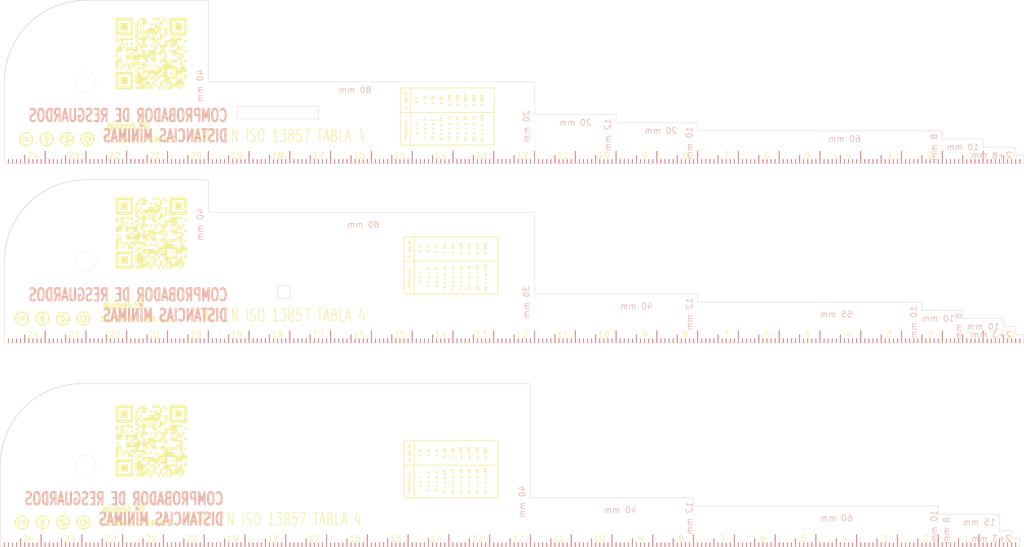
<source format=kicad_pcb>
(kicad_pcb (version 20221018) (generator pcbnew)
  (title_block (title "Safety Guard Tool") (date "2024-01-14") (rev "1"))
  (layers (0 "F.Cu" signal) (31 "B.Cu" signal) (34 "B.Paste" user) (35 "F.Paste" user) (36 "B.SilkS" user "B.Silkscreen") (37 "F.SilkS" user "F.Silkscreen") (38 "B.Mask" user) (39 "F.Mask" user) (44 "Edge.Cuts" user))
  (net 0 "")
  (footprint "LOGO" (layer "F.Cu") (at 47 102)
    (fp_text reference "G***" hide)
    (fp_text value "LOGO" hide)
  )
  (footprint "" (layer "F.Cu") (at 93 145)
    (fp_text reference "" (at 0 0) (layer "F.SilkS") (effects (font (size 1.27 1.27))))
    (fp_text value "" (at 0 0) (layer "F.SilkS") (effects (font (size 1.27 1.27))))
    (pad "" np_thru_hole circle (at 0 0 270) (size 5 5) (drill 5) (layers "F&B.Cu" "*.Mask"))
  )
  (footprint "PCBRulers:Metric_Ruler_96mm" (layer "F.Cu") (at 32 104)
    (fp_text reference "REF**" hide)
    (fp_text value "Metric_Ruler_90mm" hide)
    (fp_line (start -6 4) (end -6 3) (stroke (width 0.15)) (layer "F.Cu"))
    (fp_line (start -5 4) (end -5 3) (stroke (width 0.15)) (layer "F.Cu"))
    (fp_line (start -4 4) (end -4 3) (stroke (width 0.15)) (layer "F.Cu"))
    (fp_line (start -3 4) (end -3 3) (stroke (width 0.15)) (layer "F.Cu"))
    (fp_line (start -2 4) (end -2 2) (stroke (width 0.15)) (layer "F.Cu"))
    (fp_line (start -1 4) (end -1 3) (stroke (width 0.15)) (layer "F.Cu"))
    (fp_line (start 0 4) (end 0 3) (stroke (width 0.15)) (layer "F.Cu"))
    (fp_line (start 1 4) (end 1 3) (stroke (width 0.15)) (layer "F.Cu"))
    (fp_line (start 2 4) (end 2 3) (stroke (width 0.15)) (layer "F.Cu"))
    (fp_line (start 3 4) (end 3 1) (stroke (width 0.15)) (layer "F.Cu"))
    (fp_line (start 4 4) (end 4 3) (stroke (width 0.15)) (layer "F.Cu"))
    (fp_line (start 5 4) (end 5 3) (stroke (width 0.15)) (layer "F.Cu"))
    (fp_line (start 6 4) (end 6 3) (stroke (width 0.15)) (layer "F.Cu"))
    (fp_line (start 7 4) (end 7 3) (stroke (width 0.15)) (layer "F.Cu"))
    (fp_line (start 8 4) (end 8 2) (stroke (width 0.15)) (layer "F.Cu"))
    (fp_line (start 9 4) (end 9 3) (stroke (width 0.15)) (layer "F.Cu"))
    (fp_line (start 10 4) (end 10 3) (stroke (width 0.15)) (layer "F.Cu"))
    (fp_line (start 11 4) (end 11 3) (stroke (width 0.15)) (layer "F.Cu"))
    (fp_line (start 12 4) (end 12 3) (stroke (width 0.15)) (layer "F.Cu"))
    (fp_line (start 13 4) (end 13 1) (stroke (width 0.15)) (layer "F.Cu"))
    (fp_line (start 14 4) (end 14 3) (stroke (width 0.15)) (layer "F.Cu"))
    (fp_line (start 15 4) (end 15 3) (stroke (width 0.15)) (layer "F.Cu"))
    (fp_line (start 16 4) (end 16 3) (stroke (width 0.15)) (layer "F.Cu"))
    (fp_line (start 17 4) (end 17 3) (stroke (width 0.15)) (layer "F.Cu"))
    (fp_line (start 18 4) (end 18 2) (stroke (width 0.15)) (layer "F.Cu"))
    (fp_line (start 19 4) (end 19 3) (stroke (width 0.15)) (layer "F.Cu"))
    (fp_line (start 20 4) (end 20 3) (stroke (width 0.15)) (layer "F.Cu"))
    (fp_line (start 21 4) (end 21 3) (stroke (width 0.15)) (layer "F.Cu"))
    (fp_line (start 22 4) (end 22 3) (stroke (width 0.15)) (layer "F.Cu"))
    (fp_line (start 23 4) (end 23 1) (stroke (width 0.15)) (layer "F.Cu"))
    (fp_line (start 24 4) (end 24 3) (stroke (width 0.15)) (layer "F.Cu"))
    (fp_line (start 25 4) (end 25 3) (stroke (width 0.15)) (layer "F.Cu"))
    (fp_line (start 26 4) (end 26 3) (stroke (width 0.15)) (layer "F.Cu"))
    (fp_line (start 27 4) (end 27 3) (stroke (width 0.15)) (layer "F.Cu"))
    (fp_line (start 28 4) (end 28 2) (stroke (width 0.15)) (layer "F.Cu"))
    (fp_line (start 29 4) (end 29 3) (stroke (width 0.15)) (layer "F.Cu"))
    (fp_line (start 30 4) (end 30 3) (stroke (width 0.15)) (layer "F.Cu"))
    (fp_line (start 31 4) (end 31 3) (stroke (width 0.15)) (layer "F.Cu"))
    (fp_line (start 32 4) (end 32 3) (stroke (width 0.15)) (layer "F.Cu"))
    (fp_line (start 33 4) (end 33 1) (stroke (width 0.15)) (layer "F.Cu"))
    (fp_line (start 34 4) (end 34 3) (stroke (width 0.15)) (layer "F.Cu"))
    (fp_line (start 35 4) (end 35 3) (stroke (width 0.15)) (layer "F.Cu"))
    (fp_line (start 36 4) (end 36 3) (stroke (width 0.15)) (layer "F.Cu"))
    (fp_line (start 37 4) (end 37 3) (stroke (width 0.15)) (layer "F.Cu"))
    (fp_line (start 38 4) (end 38 2) (stroke (width 0.15)) (layer "F.Cu"))
    (fp_line (start 39 4) (end 39 3) (stroke (width 0.15)) (layer "F.Cu"))
    (fp_line (start 40 4) (end 40 3) (stroke (width 0.15)) (layer "F.Cu"))
    (fp_line (start 41 4) (end 41 3) (stroke (width 0.15)) (layer "F.Cu"))
    (fp_line (start 42 4) (end 42 3) (stroke (width 0.15)) (layer "F.Cu"))
    (fp_line (start 43 4) (end 43 1) (stroke (width 0.15)) (layer "F.Cu"))
    (fp_line (start 44 4) (end 44 3) (stroke (width 0.15)) (layer "F.Cu"))
    (fp_line (start 45 4) (end 45 3) (stroke (width 0.15)) (layer "F.Cu"))
    (fp_line (start 46 4) (end 46 3) (stroke (width 0.15)) (layer "F.Cu"))
    (fp_line (start 47 4) (end 47 3) (stroke (width 0.15)) (layer "F.Cu"))
    (fp_line (start 48 4) (end 48 2) (stroke (width 0.15)) (layer "F.Cu"))
    (fp_line (start 49 4) (end 49 3) (stroke (width 0.15)) (layer "F.Cu"))
    (fp_line (start 50 4) (end 50 3) (stroke (width 0.15)) (layer "F.Cu"))
    (fp_line (start 51 4) (end 51 3) (stroke (width 0.15)) (layer "F.Cu"))
    (fp_line (start 52 4) (end 52 3) (stroke (width 0.15)) (layer "F.Cu"))
    (fp_line (start 53 4) (end 53 1) (stroke (width 0.15)) (layer "F.Cu"))
    (fp_line (start 54 4) (end 54 3) (stroke (width 0.15)) (layer "F.Cu"))
    (fp_line (start 55 4) (end 55 3) (stroke (width 0.15)) (layer "F.Cu"))
    (fp_line (start 56 4) (end 56 3) (stroke (width 0.15)) (layer "F.Cu"))
    (fp_line (start 57 4) (end 57 3) (stroke (width 0.15)) (layer "F.Cu"))
    (fp_line (start 58 4) (end 58 2) (stroke (width 0.15)) (layer "F.Cu"))
    (fp_line (start 59 4) (end 59 3) (stroke (width 0.15)) (layer "F.Cu"))
    (fp_line (start 60 4) (end 60 3) (stroke (width 0.15)) (layer "F.Cu"))
    (fp_line (start 61 4) (end 61 3) (stroke (width 0.15)) (layer "F.Cu"))
    (fp_line (start 62 4) (end 62 3) (stroke (width 0.15)) (layer "F.Cu"))
    (fp_line (start 63 4) (end 63 1) (stroke (width 0.15)) (layer "F.Cu"))
    (fp_line (start 64 4) (end 64 3) (stroke (width 0.15)) (layer "F.Cu"))
    (fp_line (start 65 4) (end 65 3) (stroke (width 0.15)) (layer "F.Cu"))
    (fp_line (start 66 4) (end 66 3) (stroke (width 0.15)) (layer "F.Cu"))
    (fp_line (start 67 4) (end 67 3) (stroke (width 0.15)) (layer "F.Cu"))
    (fp_line (start 68 4) (end 68 2) (stroke (width 0.15)) (layer "F.Cu"))
    (fp_line (start 69 4) (end 69 3) (stroke (width 0.15)) (layer "F.Cu"))
    (fp_line (start 70 4) (end 70 3) (stroke (width 0.15)) (layer "F.Cu"))
    (fp_line (start 71 4) (end 71 3) (stroke (width 0.15)) (layer "F.Cu"))
    (fp_line (start 72 4) (end 72 3) (stroke (width 0.15)) (layer "F.Cu"))
    (fp_line (start 73 4) (end 73 1) (stroke (width 0.15)) (layer "F.Cu"))
    (fp_line (start 74 4) (end 74 3) (stroke (width 0.15)) (layer "F.Cu"))
    (fp_line (start 75 4) (end 75 3) (stroke (width 0.15)) (layer "F.Cu"))
    (fp_line (start 76 4) (end 76 3) (stroke (width 0.15)) (layer "F.Cu"))
    (fp_line (start 77 4) (end 77 3) (stroke (width 0.15)) (layer "F.Cu"))
    (fp_line (start 78 4) (end 78 2) (stroke (width 0.15)) (layer "F.Cu"))
    (fp_line (start 79 4) (end 79 3) (stroke (width 0.15)) (layer "F.Cu"))
    (fp_line (start 80 4) (end 80 3) (stroke (width 0.15)) (layer "F.Cu"))
    (fp_line (start 81 4) (end 81 3) (stroke (width 0.15)) (layer "F.Cu"))
    (fp_line (start 82 4) (end 82 3) (stroke (width 0.15)) (layer "F.Cu"))
    (fp_line (start 83 4) (end 83 1) (stroke (width 0.15)) (layer "F.Cu"))
    (fp_line (start 84 4) (end 84 3) (stroke (width 0.15)) (layer "F.Cu"))
    (fp_line (start 85 4) (end 85 3) (stroke (width 0.15)) (layer "F.Cu"))
    (fp_line (start 86 4) (end 86 3) (stroke (width 0.15)) (layer "F.Cu"))
    (fp_line (start 87 4) (end 87 3) (stroke (width 0.15)) (layer "F.Cu"))
    (fp_line (start 88 4) (end 88 2) (stroke (width 0.15)) (layer "F.Cu"))
    (fp_line (start 89 4) (end 89 3) (stroke (width 0.15)) (layer "F.Cu"))
    (fp_line (start 90 4) (end 90 3) (stroke (width 0.15)) (layer "F.Cu"))
    (fp_line (start 91 4) (end 91 3) (stroke (width 0.15)) (layer "F.Cu"))
    (fp_line (start 92 4) (end 92 3) (stroke (width 0.15)) (layer "F.Cu"))
    (fp_line (start 93 4) (end 93 1) (stroke (width 0.15)) (layer "F.Cu"))
    (fp_line (start 94 4) (end 94 3) (stroke (width 0.15)) (layer "F.Cu"))
    (fp_line (start 95 4) (end 95 3) (stroke (width 0.15)) (layer "F.Cu"))
    (fp_line (start 96 4) (end 96 3) (stroke (width 0.15)) (layer "F.Cu"))
    (fp_line (start 97 4) (end 97 3) (stroke (width 0.15)) (layer "F.Cu"))
    (fp_line (start 98 4) (end 98 2) (stroke (width 0.15)) (layer "F.Cu"))
    (fp_line (start 99 4) (end 99 3) (stroke (width 0.15)) (layer "F.Cu"))
    (fp_line (start 100 4) (end 100 3) (stroke (width 0.15)) (layer "F.Cu"))
    (fp_line (start 101 4) (end 101 3) (stroke (width 0.15)) (layer "F.Cu"))
    (fp_line (start 102 4) (end 102 3) (stroke (width 0.15)) (layer "F.Cu"))
    (fp_line (start 103 4) (end 103 1) (stroke (width 0.15)) (layer "F.Cu"))
    (fp_line (start 104 4) (end 104 3) (stroke (width 0.15)) (layer "F.Cu"))
    (fp_line (start 105 4) (end 105 3) (stroke (width 0.15)) (layer "F.Cu"))
    (fp_line (start 106 4) (end 106 3) (stroke (width 0.15)) (layer "F.Cu"))
    (fp_line (start 107 4) (end 107 3) (stroke (width 0.15)) (layer "F.Cu"))
    (fp_line (start 108 4) (end 108 2) (stroke (width 0.15)) (layer "F.Cu"))
    (fp_line (start 109 4) (end 109 3) (stroke (width 0.15)) (layer "F.Cu"))
    (fp_line (start 110 4) (end 110 3) (stroke (width 0.15)) (layer "F.Cu"))
    (fp_line (start 111 4) (end 111 3) (stroke (width 0.15)) (layer "F.Cu"))
    (fp_line (start 112 4) (end 112 3) (stroke (width 0.15)) (layer "F.Cu"))
    (fp_line (start 113 4) (end 113 1) (stroke (width 0.15)) (layer "F.Cu"))
    (fp_line (start 114 4) (end 114 3) (stroke (width 0.15)) (layer "F.Cu"))
    (fp_line (start 115 4) (end 115 3) (stroke (width 0.15)) (layer "F.Cu"))
    (fp_line (start 116 4) (end 116 3) (stroke (width 0.15)) (layer "F.Cu"))
    (fp_line (start 117 4) (end 117 3) (stroke (width 0.15)) (layer "F.Cu"))
    (fp_line (start 118 4) (end 118 2) (stroke (width 0.15)) (layer "F.Cu"))
    (fp_line (start 119 4) (end 119 3) (stroke (width 0.15)) (layer "F.Cu"))
    (fp_line (start 120 4) (end 120 3) (stroke (width 0.15)) (layer "F.Cu"))
    (fp_line (start 121 4) (end 121 3) (stroke (width 0.15)) (layer "F.Cu"))
    (fp_line (start 122 4) (end 122 3) (stroke (width 0.15)) (layer "F.Cu"))
    (fp_line (start 123 4) (end 123 1) (stroke (width 0.15)) (layer "F.Cu"))
    (fp_line (start 124 4) (end 124 3) (stroke (width 0.15)) (layer "F.Cu"))
    (fp_line (start 125 4) (end 125 3) (stroke (width 0.15)) (layer "F.Cu"))
    (fp_line (start 126 4) (end 126 3) (stroke (width 0.15)) (layer "F.Cu"))
    (fp_line (start 127 4) (end 127 3) (stroke (width 0.15)) (layer "F.Cu"))
    (fp_line (start 128 4) (end 128 2) (stroke (width 0.15)) (layer "F.Cu"))
    (fp_line (start 129 4) (end 129 3) (stroke (width 0.15)) (layer "F.Cu"))
    (fp_line (start 130 4) (end 130 3) (stroke (width 0.15)) (layer "F.Cu"))
    (fp_line (start 131 4) (end 131 3) (stroke (width 0.15)) (layer "F.Cu"))
    (fp_line (start 132 4) (end 132 3) (stroke (width 0.15)) (layer "F.Cu"))
    (fp_line (start 133 4) (end 133 1) (stroke (width 0.15)) (layer "F.Cu"))
    (fp_line (start 134 4) (end 134 3) (stroke (width 0.15)) (layer "F.Cu"))
    (fp_line (start 135 4) (end 135 3) (stroke (width 0.15)) (layer "F.Cu"))
    (fp_line (start 136 4) (end 136 3) (stroke (width 0.15)) (layer "F.Cu"))
    (fp_line (start 137 4) (end 137 3) (stroke (width 0.15)) (layer "F.Cu"))
    (fp_line (start 138 4) (end 138 2) (stroke (width 0.15)) (layer "F.Cu"))
    (fp_line (start 139 4) (end 139 3) (stroke (width 0.15)) (layer "F.Cu"))
    (fp_line (start 140 4) (end 140 3) (stroke (width 0.15)) (layer "F.Cu"))
    (fp_line (start 141 4) (end 141 3) (stroke (width 0.15)) (layer "F.Cu"))
    (fp_line (start 142 4) (end 142 3) (stroke (width 0.15)) (layer "F.Cu"))
    (fp_line (start 143 4) (end 143 1) (stroke (width 0.15)) (layer "F.Cu"))
    (fp_line (start 144 4) (end 144 3) (stroke (width 0.15)) (layer "F.Cu"))
    (fp_line (start 145 4) (end 145 3) (stroke (width 0.15)) (layer "F.Cu"))
    (fp_line (start 146 4) (end 146 3) (stroke (width 0.15)) (layer "F.Cu"))
    (fp_line (start 147 4) (end 147 3) (stroke (width 0.15)) (layer "F.Cu"))
    (fp_line (start 148 4) (end 148 2) (stroke (width 0.15)) (layer "F.Cu"))
    (fp_line (start 149 4) (end 149 3) (stroke (width 0.15)) (layer "F.Cu"))
    (fp_line (start 150 4) (end 150 3) (stroke (width 0.15)) (layer "F.Cu"))
    (fp_line (start 151 4) (end 151 3) (stroke (width 0.15)) (layer "F.Cu"))
    (fp_line (start 152 4) (end 152 3) (stroke (width 0.15)) (layer "F.Cu"))
    (fp_line (start 153 4) (end 153 1) (stroke (width 0.15)) (layer "F.Cu"))
    (fp_line (start 154 4) (end 154 3) (stroke (width 0.15)) (layer "F.Cu"))
    (fp_line (start 155 4) (end 155 3) (stroke (width 0.15)) (layer "F.Cu"))
    (fp_line (start 156 4) (end 156 3) (stroke (width 0.15)) (layer "F.Cu"))
    (fp_line (start 157 4) (end 157 3) (stroke (width 0.15)) (layer "F.Cu"))
    (fp_line (start 158 4) (end 158 2) (stroke (width 0.15)) (layer "F.Cu"))
    (fp_line (start 159 4) (end 159 3) (stroke (width 0.15)) (layer "F.Cu"))
    (fp_line (start 160 4) (end 160 3) (stroke (width 0.15)) (layer "F.Cu"))
    (fp_line (start 161 4) (end 161 3) (stroke (width 0.15)) (layer "F.Cu"))
    (fp_line (start 162 4) (end 162 3) (stroke (width 0.15)) (layer "F.Cu"))
    (fp_line (start 163 4) (end 163 1) (stroke (width 0.15)) (layer "F.Cu"))
    (fp_line (start 164 4) (end 164 3) (stroke (width 0.15)) (layer "F.Cu"))
    (fp_line (start 165 4) (end 165 3) (stroke (width 0.15)) (layer "F.Cu"))
    (fp_line (start 166 4) (end 166 3) (stroke (width 0.15)) (layer "F.Cu"))
    (fp_line (start 167 4) (end 167 3) (stroke (width 0.15)) (layer "F.Cu"))
    (fp_line (start 168 4) (end 168 2) (stroke (width 0.15)) (layer "F.Cu"))
    (fp_line (start 169 4) (end 169 3) (stroke (width 0.15)) (layer "F.Cu"))
    (fp_line (start 170 4) (end 170 3) (stroke (width 0.15)) (layer "F.Cu"))
    (fp_line (start 171 4) (end 171 3) (stroke (width 0.15)) (layer "F.Cu"))
    (fp_line (start 172 4) (end 172 3) (stroke (width 0.15)) (layer "F.Cu"))
    (fp_line (start 173 4) (end 173 1) (stroke (width 0.15)) (layer "F.Cu"))
    (fp_line (start 174 4) (end 174 3) (stroke (width 0.15)) (layer "F.Cu"))
    (fp_line (start 175 4) (end 175 3) (stroke (width 0.15)) (layer "F.Cu"))
    (fp_line (start 176 4) (end 176 3) (stroke (width 0.15)) (layer "F.Cu"))
    (fp_line (start 177 4) (end 177 3) (stroke (width 0.15)) (layer "F.Cu"))
    (fp_line (start 178 4) (end 178 2) (stroke (width 0.15)) (layer "F.Cu"))
    (fp_line (start 179 4) (end 179 3) (stroke (width 0.15)) (layer "F.Cu"))
    (fp_line (start 180 4) (end 180 3) (stroke (width 0.15)) (layer "F.Cu"))
    (fp_line (start 181 4) (end 181 3) (stroke (width 0.15)) (layer "F.Cu"))
    (fp_line (start 182 4) (end 182 3) (stroke (width 0.15)) (layer "F.Cu"))
    (fp_line (start 183 4) (end 183 1) (stroke (width 0.15)) (layer "F.Cu"))
    (fp_line (start 184 4) (end 184 3) (stroke (width 0.15)) (layer "F.Cu"))
    (fp_line (start 185 4) (end 185 3) (stroke (width 0.15)) (layer "F.Cu"))
    (fp_line (start 186 4) (end 186 3) (stroke (width 0.15)) (layer "F.Cu"))
    (fp_line (start 187 4) (end 187 3) (stroke (width 0.15)) (layer "F.Cu"))
    (fp_line (start 188 4) (end 188 2) (stroke (width 0.15)) (layer "F.Cu"))
    (fp_line (start 189 4) (end 189 3) (stroke (width 0.15)) (layer "F.Cu"))
    (fp_line (start 190 4) (end 190 3) (stroke (width 0.15)) (layer "F.Cu"))
    (fp_line (start 191 4) (end 191 3) (stroke (width 0.15)) (layer "F.Cu"))
    (fp_line (start 192 4) (end 192 3) (stroke (width 0.15)) (layer "F.Cu"))
    (fp_line (start 193 4) (end 193 1) (stroke (width 0.15)) (layer "F.Cu"))
    (fp_line (start 194 4) (end 194 3) (stroke (width 0.15)) (layer "F.Cu"))
    (fp_line (start 195 4) (end 195 3) (stroke (width 0.15)) (layer "F.Cu"))
    (fp_line (start 196 4) (end 196 3) (stroke (width 0.15)) (layer "F.Cu"))
    (fp_line (start 197 4) (end 197 3) (stroke (width 0.15)) (layer "F.Cu"))
    (fp_line (start 198 4) (end 198 2) (stroke (width 0.15)) (layer "F.Cu"))
    (fp_line (start 199 4) (end 199 3) (stroke (width 0.15)) (layer "F.Cu"))
    (fp_line (start 200 4) (end 200 3) (stroke (width 0.15)) (layer "F.Cu"))
    (fp_line (start 201 4) (end 201 3) (stroke (width 0.15)) (layer "F.Cu"))
    (fp_line (start 202 4) (end 202 3) (stroke (width 0.15)) (layer "F.Cu"))
    (fp_line (start 203 4) (end 203 1) (stroke (width 0.15)) (layer "F.Cu"))
    (fp_line (start 204 4) (end 204 3) (stroke (width 0.15)) (layer "F.Cu"))
    (fp_line (start 205 4) (end 205 3) (stroke (width 0.15)) (layer "F.Cu"))
    (fp_line (start 206 4) (end 206 3) (stroke (width 0.15)) (layer "F.Cu"))
    (fp_line (start 207 4) (end 207 3) (stroke (width 0.15)) (layer "F.Cu"))
    (fp_line (start 208 4) (end 208 2) (stroke (width 0.15)) (layer "F.Cu"))
    (fp_line (start 209 4) (end 209 3) (stroke (width 0.15)) (layer "F.Cu"))
    (fp_line (start 210 4) (end 210 3) (stroke (width 0.15)) (layer "F.Cu"))
    (fp_line (start 211 4) (end 211 3) (stroke (width 0.15)) (layer "F.Cu"))
    (fp_line (start 212 4) (end 212 3) (stroke (width 0.15)) (layer "F.Cu"))
    (fp_line (start 213 4) (end 213 1) (stroke (width 0.15)) (layer "F.Cu"))
    (fp_line (start 214 4) (end 214 3) (stroke (width 0.15)) (layer "F.Cu"))
    (fp_line (start 215 4) (end 215 3) (stroke (width 0.15)) (layer "F.Cu"))
    (fp_line (start 216 4) (end 216 3) (stroke (width 0.15)) (layer "F.Cu"))
    (fp_line (start 217 4) (end 217 3) (stroke (width 0.15)) (layer "F.Cu"))
    (fp_line (start 218 4) (end 218 2) (stroke (width 0.15)) (layer "F.Cu"))
    (fp_line (start 219 4) (end 219 3) (stroke (width 0.15)) (layer "F.Cu"))
    (fp_line (start 220 4) (end 220 3) (stroke (width 0.15)) (layer "F.Cu"))
    (fp_line (start 221 4) (end 221 3) (stroke (width 0.15)) (layer "F.Cu"))
    (fp_line (start 222 4) (end 222 3) (stroke (width 0.15)) (layer "F.Cu"))
    (fp_line (start 223 4) (end 223 1) (stroke (width 0.15)) (layer "F.Cu"))
    (fp_line (start 224 4) (end 224 3) (stroke (width 0.15)) (layer "F.Cu"))
    (fp_line (start 225 4) (end 225 3) (stroke (width 0.15)) (layer "F.Cu"))
    (fp_line (start 226 4) (end 226 3) (stroke (width 0.15)) (layer "F.Cu"))
    (fp_line (start 227 4) (end 227 3) (stroke (width 0.15)) (layer "F.Cu"))
    (fp_line (start 228 4) (end 228 2) (stroke (width 0.15)) (layer "F.Cu"))
    (fp_line (start 229 4) (end 229 3) (stroke (width 0.15)) (layer "F.Cu"))
    (fp_line (start 230 4) (end 230 3) (stroke (width 0.15)) (layer "F.Cu"))
    (fp_line (start 231 4) (end 231 3) (stroke (width 0.15)) (layer "F.Cu"))
    (fp_line (start 232 4) (end 232 3) (stroke (width 0.15)) (layer "F.Cu"))
    (fp_line (start 233 4) (end 233 1) (stroke (width 0.15)) (layer "F.Cu"))
    (fp_line (start 234 4) (end 234 3) (stroke (width 0.15)) (layer "F.Cu"))
    (fp_line (start 235 4) (end 235 3) (stroke (width 0.15)) (layer "F.Cu"))
    (fp_line (start 236 4) (end 236 3) (stroke (width 0.15)) (layer "F.Cu"))
    (fp_line (start 237 4) (end 237 3) (stroke (width 0.15)) (layer "F.Cu"))
    (fp_line (start 238 4) (end 238 2) (stroke (width 0.15)) (layer "F.Cu"))
    (fp_line (start 239 4) (end 239 3) (stroke (width 0.15)) (layer "F.Cu"))
    (fp_line (start 240 4) (end 240 3) (stroke (width 0.15)) (layer "F.Cu"))
    (fp_line (start 241 4) (end 241 3) (stroke (width 0.15)) (layer "F.Cu"))
    (fp_line (start 242 4) (end 242 3) (stroke (width 0.15)) (layer "F.Cu"))
  )
  (footprint "LOGO" (layer "F.Cu") (at 48 58)
    (fp_text reference "G***" hide)
    (fp_text value "LOGO" hide)
  )
  (footprint "LOGO" (layer "F.Cu") (at 61 132)
    (fp_text reference "G***" hide)
    (fp_text value "LOGO" hide)
  )
  (footprint "LOGO" (layer "F.Cu") (at 61 37)
    (fp_text reference "G***" hide)
    (fp_text value "LOGO" hide)
  )
  (footprint "PCBRulers:Metric_Ruler_96mm" (layer "F.Cu") (at 31 154)
    (fp_text reference "REF**" hide)
    (fp_text value "Metric_Ruler_90mm" hide)
    (fp_line (start -6 4) (end -6 3) (stroke (width 0.15)) (layer "F.Cu"))
    (fp_line (start -5 4) (end -5 3) (stroke (width 0.15)) (layer "F.Cu"))
    (fp_line (start -4 4) (end -4 3) (stroke (width 0.15)) (layer "F.Cu"))
    (fp_line (start -3 4) (end -3 3) (stroke (width 0.15)) (layer "F.Cu"))
    (fp_line (start -2 4) (end -2 2) (stroke (width 0.15)) (layer "F.Cu"))
    (fp_line (start -1 4) (end -1 3) (stroke (width 0.15)) (layer "F.Cu"))
    (fp_line (start 0 4) (end 0 3) (stroke (width 0.15)) (layer "F.Cu"))
    (fp_line (start 1 4) (end 1 3) (stroke (width 0.15)) (layer "F.Cu"))
    (fp_line (start 2 4) (end 2 3) (stroke (width 0.15)) (layer "F.Cu"))
    (fp_line (start 3 4) (end 3 1) (stroke (width 0.15)) (layer "F.Cu"))
    (fp_line (start 4 4) (end 4 3) (stroke (width 0.15)) (layer "F.Cu"))
    (fp_line (start 5 4) (end 5 3) (stroke (width 0.15)) (layer "F.Cu"))
    (fp_line (start 6 4) (end 6 3) (stroke (width 0.15)) (layer "F.Cu"))
    (fp_line (start 7 4) (end 7 3) (stroke (width 0.15)) (layer "F.Cu"))
    (fp_line (start 8 4) (end 8 2) (stroke (width 0.15)) (layer "F.Cu"))
    (fp_line (start 9 4) (end 9 3) (stroke (width 0.15)) (layer "F.Cu"))
    (fp_line (start 10 4) (end 10 3) (stroke (width 0.15)) (layer "F.Cu"))
    (fp_line (start 11 4) (end 11 3) (stroke (width 0.15)) (layer "F.Cu"))
    (fp_line (start 12 4) (end 12 3) (stroke (width 0.15)) (layer "F.Cu"))
    (fp_line (start 13 4) (end 13 1) (stroke (width 0.15)) (layer "F.Cu"))
    (fp_line (start 14 4) (end 14 3) (stroke (width 0.15)) (layer "F.Cu"))
    (fp_line (start 15 4) (end 15 3) (stroke (width 0.15)) (layer "F.Cu"))
    (fp_line (start 16 4) (end 16 3) (stroke (width 0.15)) (layer "F.Cu"))
    (fp_line (start 17 4) (end 17 3) (stroke (width 0.15)) (layer "F.Cu"))
    (fp_line (start 18 4) (end 18 2) (stroke (width 0.15)) (layer "F.Cu"))
    (fp_line (start 19 4) (end 19 3) (stroke (width 0.15)) (layer "F.Cu"))
    (fp_line (start 20 4) (end 20 3) (stroke (width 0.15)) (layer "F.Cu"))
    (fp_line (start 21 4) (end 21 3) (stroke (width 0.15)) (layer "F.Cu"))
    (fp_line (start 22 4) (end 22 3) (stroke (width 0.15)) (layer "F.Cu"))
    (fp_line (start 23 4) (end 23 1) (stroke (width 0.15)) (layer "F.Cu"))
    (fp_line (start 24 4) (end 24 3) (stroke (width 0.15)) (layer "F.Cu"))
    (fp_line (start 25 4) (end 25 3) (stroke (width 0.15)) (layer "F.Cu"))
    (fp_line (start 26 4) (end 26 3) (stroke (width 0.15)) (layer "F.Cu"))
    (fp_line (start 27 4) (end 27 3) (stroke (width 0.15)) (layer "F.Cu"))
    (fp_line (start 28 4) (end 28 2) (stroke (width 0.15)) (layer "F.Cu"))
    (fp_line (start 29 4) (end 29 3) (stroke (width 0.15)) (layer "F.Cu"))
    (fp_line (start 30 4) (end 30 3) (stroke (width 0.15)) (layer "F.Cu"))
    (fp_line (start 31 4) (end 31 3) (stroke (width 0.15)) (layer "F.Cu"))
    (fp_line (start 32 4) (end 32 3) (stroke (width 0.15)) (layer "F.Cu"))
    (fp_line (start 33 4) (end 33 1) (stroke (width 0.15)) (layer "F.Cu"))
    (fp_line (start 34 4) (end 34 3) (stroke (width 0.15)) (layer "F.Cu"))
    (fp_line (start 35 4) (end 35 3) (stroke (width 0.15)) (layer "F.Cu"))
    (fp_line (start 36 4) (end 36 3) (stroke (width 0.15)) (layer "F.Cu"))
    (fp_line (start 37 4) (end 37 3) (stroke (width 0.15)) (layer "F.Cu"))
    (fp_line (start 38 4) (end 38 2) (stroke (width 0.15)) (layer "F.Cu"))
    (fp_line (start 39 4) (end 39 3) (stroke (width 0.15)) (layer "F.Cu"))
    (fp_line (start 40 4) (end 40 3) (stroke (width 0.15)) (layer "F.Cu"))
    (fp_line (start 41 4) (end 41 3) (stroke (width 0.15)) (layer "F.Cu"))
    (fp_line (start 42 4) (end 42 3) (stroke (width 0.15)) (layer "F.Cu"))
    (fp_line (start 43 4) (end 43 1) (stroke (width 0.15)) (layer "F.Cu"))
    (fp_line (start 44 4) (end 44 3) (stroke (width 0.15)) (layer "F.Cu"))
    (fp_line (start 45 4) (end 45 3) (stroke (width 0.15)) (layer "F.Cu"))
    (fp_line (start 46 4) (end 46 3) (stroke (width 0.15)) (layer "F.Cu"))
    (fp_line (start 47 4) (end 47 3) (stroke (width 0.15)) (layer "F.Cu"))
    (fp_line (start 48 4) (end 48 2) (stroke (width 0.15)) (layer "F.Cu"))
    (fp_line (start 49 4) (end 49 3) (stroke (width 0.15)) (layer "F.Cu"))
    (fp_line (start 50 4) (end 50 3) (stroke (width 0.15)) (layer "F.Cu"))
    (fp_line (start 51 4) (end 51 3) (stroke (width 0.15)) (layer "F.Cu"))
    (fp_line (start 52 4) (end 52 3) (stroke (width 0.15)) (layer "F.Cu"))
    (fp_line (start 53 4) (end 53 1) (stroke (width 0.15)) (layer "F.Cu"))
    (fp_line (start 54 4) (end 54 3) (stroke (width 0.15)) (layer "F.Cu"))
    (fp_line (start 55 4) (end 55 3) (stroke (width 0.15)) (layer "F.Cu"))
    (fp_line (start 56 4) (end 56 3) (stroke (width 0.15)) (layer "F.Cu"))
    (fp_line (start 57 4) (end 57 3) (stroke (width 0.15)) (layer "F.Cu"))
    (fp_line (start 58 4) (end 58 2) (stroke (width 0.15)) (layer "F.Cu"))
    (fp_line (start 59 4) (end 59 3) (stroke (width 0.15)) (layer "F.Cu"))
    (fp_line (start 60 4) (end 60 3) (stroke (width 0.15)) (layer "F.Cu"))
    (fp_line (start 61 4) (end 61 3) (stroke (width 0.15)) (layer "F.Cu"))
    (fp_line (start 62 4) (end 62 3) (stroke (width 0.15)) (layer "F.Cu"))
    (fp_line (start 63 4) (end 63 1) (stroke (width 0.15)) (layer "F.Cu"))
    (fp_line (start 64 4) (end 64 3) (stroke (width 0.15)) (layer "F.Cu"))
    (fp_line (start 65 4) (end 65 3) (stroke (width 0.15)) (layer "F.Cu"))
    (fp_line (start 66 4) (end 66 3) (stroke (width 0.15)) (layer "F.Cu"))
    (fp_line (start 67 4) (end 67 3) (stroke (width 0.15)) (layer "F.Cu"))
    (fp_line (start 68 4) (end 68 2) (stroke (width 0.15)) (layer "F.Cu"))
    (fp_line (start 69 4) (end 69 3) (stroke (width 0.15)) (layer "F.Cu"))
    (fp_line (start 70 4) (end 70 3) (stroke (width 0.15)) (layer "F.Cu"))
    (fp_line (start 71 4) (end 71 3) (stroke (width 0.15)) (layer "F.Cu"))
    (fp_line (start 72 4) (end 72 3) (stroke (width 0.15)) (layer "F.Cu"))
    (fp_line (start 73 4) (end 73 1) (stroke (width 0.15)) (layer "F.Cu"))
    (fp_line (start 74 4) (end 74 3) (stroke (width 0.15)) (layer "F.Cu"))
    (fp_line (start 75 4) (end 75 3) (stroke (width 0.15)) (layer "F.Cu"))
    (fp_line (start 76 4) (end 76 3) (stroke (width 0.15)) (layer "F.Cu"))
    (fp_line (start 77 4) (end 77 3) (stroke (width 0.15)) (layer "F.Cu"))
    (fp_line (start 78 4) (end 78 2) (stroke (width 0.15)) (layer "F.Cu"))
    (fp_line (start 79 4) (end 79 3) (stroke (width 0.15)) (layer "F.Cu"))
    (fp_line (start 80 4) (end 80 3) (stroke (width 0.15)) (layer "F.Cu"))
    (fp_line (start 81 4) (end 81 3) (stroke (width 0.15)) (layer "F.Cu"))
    (fp_line (start 82 4) (end 82 3) (stroke (width 0.15)) (layer "F.Cu"))
    (fp_line (start 83 4) (end 83 1) (stroke (width 0.15)) (layer "F.Cu"))
    (fp_line (start 84 4) (end 84 3) (stroke (width 0.15)) (layer "F.Cu"))
    (fp_line (start 85 4) (end 85 3) (stroke (width 0.15)) (layer "F.Cu"))
    (fp_line (start 86 4) (end 86 3) (stroke (width 0.15)) (layer "F.Cu"))
    (fp_line (start 87 4) (end 87 3) (stroke (width 0.15)) (layer "F.Cu"))
    (fp_line (start 88 4) (end 88 2) (stroke (width 0.15)) (layer "F.Cu"))
    (fp_line (start 89 4) (end 89 3) (stroke (width 0.15)) (layer "F.Cu"))
    (fp_line (start 90 4) (end 90 3) (stroke (width 0.15)) (layer "F.Cu"))
    (fp_line (start 91 4) (end 91 3) (stroke (width 0.15)) (layer "F.Cu"))
    (fp_line (start 92 4) (end 92 3) (stroke (width 0.15)) (layer "F.Cu"))
    (fp_line (start 93 4) (end 93 1) (stroke (width 0.15)) (layer "F.Cu"))
    (fp_line (start 94 4) (end 94 3) (stroke (width 0.15)) (layer "F.Cu"))
    (fp_line (start 95 4) (end 95 3) (stroke (width 0.15)) (layer "F.Cu"))
    (fp_line (start 96 4) (end 96 3) (stroke (width 0.15)) (layer "F.Cu"))
    (fp_line (start 97 4) (end 97 3) (stroke (width 0.15)) (layer "F.Cu"))
    (fp_line (start 98 4) (end 98 2) (stroke (width 0.15)) (layer "F.Cu"))
    (fp_line (start 99 4) (end 99 3) (stroke (width 0.15)) (layer "F.Cu"))
    (fp_line (start 100 4) (end 100 3) (stroke (width 0.15)) (layer "F.Cu"))
    (fp_line (start 101 4) (end 101 3) (stroke (width 0.15)) (layer "F.Cu"))
    (fp_line (start 102 4) (end 102 3) (stroke (width 0.15)) (layer "F.Cu"))
    (fp_line (start 103 4) (end 103 1) (stroke (width 0.15)) (layer "F.Cu"))
    (fp_line (start 104 4) (end 104 3) (stroke (width 0.15)) (layer "F.Cu"))
    (fp_line (start 105 4) (end 105 3) (stroke (width 0.15)) (layer "F.Cu"))
    (fp_line (start 106 4) (end 106 3) (stroke (width 0.15)) (layer "F.Cu"))
    (fp_line (start 107 4) (end 107 3) (stroke (width 0.15)) (layer "F.Cu"))
    (fp_line (start 108 4) (end 108 2) (stroke (width 0.15)) (layer "F.Cu"))
    (fp_line (start 109 4) (end 109 3) (stroke (width 0.15)) (layer "F.Cu"))
    (fp_line (start 110 4) (end 110 3) (stroke (width 0.15)) (layer "F.Cu"))
    (fp_line (start 111 4) (end 111 3) (stroke (width 0.15)) (layer "F.Cu"))
    (fp_line (start 112 4) (end 112 3) (stroke (width 0.15)) (layer "F.Cu"))
    (fp_line (start 113 4) (end 113 1) (stroke (width 0.15)) (layer "F.Cu"))
    (fp_line (start 114 4) (end 114 3) (stroke (width 0.15)) (layer "F.Cu"))
    (fp_line (start 115 4) (end 115 3) (stroke (width 0.15)) (layer "F.Cu"))
    (fp_line (start 116 4) (end 116 3) (stroke (width 0.15)) (layer "F.Cu"))
    (fp_line (start 117 4) (end 117 3) (stroke (width 0.15)) (layer "F.Cu"))
    (fp_line (start 118 4) (end 118 2) (stroke (width 0.15)) (layer "F.Cu"))
    (fp_line (start 119 4) (end 119 3) (stroke (width 0.15)) (layer "F.Cu"))
    (fp_line (start 120 4) (end 120 3) (stroke (width 0.15)) (layer "F.Cu"))
    (fp_line (start 121 4) (end 121 3) (stroke (width 0.15)) (layer "F.Cu"))
    (fp_line (start 122 4) (end 122 3) (stroke (width 0.15)) (layer "F.Cu"))
    (fp_line (start 123 4) (end 123 1) (stroke (width 0.15)) (layer "F.Cu"))
    (fp_line (start 124 4) (end 124 3) (stroke (width 0.15)) (layer "F.Cu"))
    (fp_line (start 125 4) (end 125 3) (stroke (width 0.15)) (layer "F.Cu"))
    (fp_line (start 126 4) (end 126 3) (stroke (width 0.15)) (layer "F.Cu"))
    (fp_line (start 127 4) (end 127 3) (stroke (width 0.15)) (layer "F.Cu"))
    (fp_line (start 128 4) (end 128 2) (stroke (width 0.15)) (layer "F.Cu"))
    (fp_line (start 129 4) (end 129 3) (stroke (width 0.15)) (layer "F.Cu"))
    (fp_line (start 130 4) (end 130 3) (stroke (width 0.15)) (layer "F.Cu"))
    (fp_line (start 131 4) (end 131 3) (stroke (width 0.15)) (layer "F.Cu"))
    (fp_line (start 132 4) (end 132 3) (stroke (width 0.15)) (layer "F.Cu"))
    (fp_line (start 133 4) (end 133 1) (stroke (width 0.15)) (layer "F.Cu"))
    (fp_line (start 134 4) (end 134 3) (stroke (width 0.15)) (layer "F.Cu"))
    (fp_line (start 135 4) (end 135 3) (stroke (width 0.15)) (layer "F.Cu"))
    (fp_line (start 136 4) (end 136 3) (stroke (width 0.15)) (layer "F.Cu"))
    (fp_line (start 137 4) (end 137 3) (stroke (width 0.15)) (layer "F.Cu"))
    (fp_line (start 138 4) (end 138 2) (stroke (width 0.15)) (layer "F.Cu"))
    (fp_line (start 139 4) (end 139 3) (stroke (width 0.15)) (layer "F.Cu"))
    (fp_line (start 140 4) (end 140 3) (stroke (width 0.15)) (layer "F.Cu"))
    (fp_line (start 141 4) (end 141 3) (stroke (width 0.15)) (layer "F.Cu"))
    (fp_line (start 142 4) (end 142 3) (stroke (width 0.15)) (layer "F.Cu"))
    (fp_line (start 143 4) (end 143 1) (stroke (width 0.15)) (layer "F.Cu"))
    (fp_line (start 144 4) (end 144 3) (stroke (width 0.15)) (layer "F.Cu"))
    (fp_line (start 145 4) (end 145 3) (stroke (width 0.15)) (layer "F.Cu"))
    (fp_line (start 146 4) (end 146 3) (stroke (width 0.15)) (layer "F.Cu"))
    (fp_line (start 147 4) (end 147 3) (stroke (width 0.15)) (layer "F.Cu"))
    (fp_line (start 148 4) (end 148 2) (stroke (width 0.15)) (layer "F.Cu"))
    (fp_line (start 149 4) (end 149 3) (stroke (width 0.15)) (layer "F.Cu"))
    (fp_line (start 150 4) (end 150 3) (stroke (width 0.15)) (layer "F.Cu"))
    (fp_line (start 151 4) (end 151 3) (stroke (width 0.15)) (layer "F.Cu"))
    (fp_line (start 152 4) (end 152 3) (stroke (width 0.15)) (layer "F.Cu"))
    (fp_line (start 153 4) (end 153 1) (stroke (width 0.15)) (layer "F.Cu"))
    (fp_line (start 154 4) (end 154 3) (stroke (width 0.15)) (layer "F.Cu"))
    (fp_line (start 155 4) (end 155 3) (stroke (width 0.15)) (layer "F.Cu"))
    (fp_line (start 156 4) (end 156 3) (stroke (width 0.15)) (layer "F.Cu"))
    (fp_line (start 157 4) (end 157 3) (stroke (width 0.15)) (layer "F.Cu"))
    (fp_line (start 158 4) (end 158 2) (stroke (width 0.15)) (layer "F.Cu"))
    (fp_line (start 159 4) (end 159 3) (stroke (width 0.15)) (layer "F.Cu"))
    (fp_line (start 160 4) (end 160 3) (stroke (width 0.15)) (layer "F.Cu"))
    (fp_line (start 161 4) (end 161 3) (stroke (width 0.15)) (layer "F.Cu"))
    (fp_line (start 162 4) (end 162 3) (stroke (width 0.15)) (layer "F.Cu"))
    (fp_line (start 163 4) (end 163 1) (stroke (width 0.15)) (layer "F.Cu"))
    (fp_line (start 164 4) (end 164 3) (stroke (width 0.15)) (layer "F.Cu"))
    (fp_line (start 165 4) (end 165 3) (stroke (width 0.15)) (layer "F.Cu"))
    (fp_line (start 166 4) (end 166 3) (stroke (width 0.15)) (layer "F.Cu"))
    (fp_line (start 167 4) (end 167 3) (stroke (width 0.15)) (layer "F.Cu"))
    (fp_line (start 168 4) (end 168 2) (stroke (width 0.15)) (layer "F.Cu"))
    (fp_line (start 169 4) (end 169 3) (stroke (width 0.15)) (layer "F.Cu"))
    (fp_line (start 170 4) (end 170 3) (stroke (width 0.15)) (layer "F.Cu"))
    (fp_line (start 171 4) (end 171 3) (stroke (width 0.15)) (layer "F.Cu"))
    (fp_line (start 172 4) (end 172 3) (stroke (width 0.15)) (layer "F.Cu"))
    (fp_line (start 173 4) (end 173 1) (stroke (width 0.15)) (layer "F.Cu"))
    (fp_line (start 174 4) (end 174 3) (stroke (width 0.15)) (layer "F.Cu"))
    (fp_line (start 175 4) (end 175 3) (stroke (width 0.15)) (layer "F.Cu"))
    (fp_line (start 176 4) (end 176 3) (stroke (width 0.15)) (layer "F.Cu"))
    (fp_line (start 177 4) (end 177 3) (stroke (width 0.15)) (layer "F.Cu"))
    (fp_line (start 178 4) (end 178 2) (stroke (width 0.15)) (layer "F.Cu"))
    (fp_line (start 179 4) (end 179 3) (stroke (width 0.15)) (layer "F.Cu"))
    (fp_line (start 180 4) (end 180 3) (stroke (width 0.15)) (layer "F.Cu"))
    (fp_line (start 181 4) (end 181 3) (stroke (width 0.15)) (layer "F.Cu"))
    (fp_line (start 182 4) (end 182 3) (stroke (width 0.15)) (layer "F.Cu"))
    (fp_line (start 183 4) (end 183 1) (stroke (width 0.15)) (layer "F.Cu"))
    (fp_line (start 184 4) (end 184 3) (stroke (width 0.15)) (layer "F.Cu"))
    (fp_line (start 185 4) (end 185 3) (stroke (width 0.15)) (layer "F.Cu"))
    (fp_line (start 186 4) (end 186 3) (stroke (width 0.15)) (layer "F.Cu"))
    (fp_line (start 187 4) (end 187 3) (stroke (width 0.15)) (layer "F.Cu"))
    (fp_line (start 188 4) (end 188 2) (stroke (width 0.15)) (layer "F.Cu"))
    (fp_line (start 189 4) (end 189 3) (stroke (width 0.15)) (layer "F.Cu"))
    (fp_line (start 190 4) (end 190 3) (stroke (width 0.15)) (layer "F.Cu"))
    (fp_line (start 191 4) (end 191 3) (stroke (width 0.15)) (layer "F.Cu"))
    (fp_line (start 192 4) (end 192 3) (stroke (width 0.15)) (layer "F.Cu"))
    (fp_line (start 193 4) (end 193 1) (stroke (width 0.15)) (layer "F.Cu"))
    (fp_line (start 194 4) (end 194 3) (stroke (width 0.15)) (layer "F.Cu"))
    (fp_line (start 195 4) (end 195 3) (stroke (width 0.15)) (layer "F.Cu"))
    (fp_line (start 196 4) (end 196 3) (stroke (width 0.15)) (layer "F.Cu"))
    (fp_line (start 197 4) (end 197 3) (stroke (width 0.15)) (layer "F.Cu"))
    (fp_line (start 198 4) (end 198 2) (stroke (width 0.15)) (layer "F.Cu"))
    (fp_line (start 199 4) (end 199 3) (stroke (width 0.15)) (layer "F.Cu"))
    (fp_line (start 200 4) (end 200 3) (stroke (width 0.15)) (layer "F.Cu"))
    (fp_line (start 201 4) (end 201 3) (stroke (width 0.15)) (layer "F.Cu"))
    (fp_line (start 202 4) (end 202 3) (stroke (width 0.15)) (layer "F.Cu"))
    (fp_line (start 203 4) (end 203 1) (stroke (width 0.15)) (layer "F.Cu"))
    (fp_line (start 204 4) (end 204 3) (stroke (width 0.15)) (layer "F.Cu"))
    (fp_line (start 205 4) (end 205 3) (stroke (width 0.15)) (layer "F.Cu"))
    (fp_line (start 206 4) (end 206 3) (stroke (width 0.15)) (layer "F.Cu"))
    (fp_line (start 207 4) (end 207 3) (stroke (width 0.15)) (layer "F.Cu"))
    (fp_line (start 208 4) (end 208 2) (stroke (width 0.15)) (layer "F.Cu"))
    (fp_line (start 209 4) (end 209 3) (stroke (width 0.15)) (layer "F.Cu"))
    (fp_line (start 210 4) (end 210 3) (stroke (width 0.15)) (layer "F.Cu"))
    (fp_line (start 211 4) (end 211 3) (stroke (width 0.15)) (layer "F.Cu"))
    (fp_line (start 212 4) (end 212 3) (stroke (width 0.15)) (layer "F.Cu"))
    (fp_line (start 213 4) (end 213 1) (stroke (width 0.15)) (layer "F.Cu"))
    (fp_line (start 214 4) (end 214 3) (stroke (width 0.15)) (layer "F.Cu"))
    (fp_line (start 215 4) (end 215 3) (stroke (width 0.15)) (layer "F.Cu"))
    (fp_line (start 216 4) (end 216 3) (stroke (width 0.15)) (layer "F.Cu"))
    (fp_line (start 217 4) (end 217 3) (stroke (width 0.15)) (layer "F.Cu"))
    (fp_line (start 218 4) (end 218 2) (stroke (width 0.15)) (layer "F.Cu"))
    (fp_line (start 219 4) (end 219 3) (stroke (width 0.15)) (layer "F.Cu"))
    (fp_line (start 220 4) (end 220 3) (stroke (width 0.15)) (layer "F.Cu"))
    (fp_line (start 221 4) (end 221 3) (stroke (width 0.15)) (layer "F.Cu"))
    (fp_line (start 222 4) (end 222 3) (stroke (width 0.15)) (layer "F.Cu"))
    (fp_line (start 223 4) (end 223 1) (stroke (width 0.15)) (layer "F.Cu"))
    (fp_line (start 224 4) (end 224 3) (stroke (width 0.15)) (layer "F.Cu"))
    (fp_line (start 225 4) (end 225 3) (stroke (width 0.15)) (layer "F.Cu"))
    (fp_line (start 226 4) (end 226 3) (stroke (width 0.15)) (layer "F.Cu"))
    (fp_line (start 227 4) (end 227 3) (stroke (width 0.15)) (layer "F.Cu"))
    (fp_line (start 228 4) (end 228 2) (stroke (width 0.15)) (layer "F.Cu"))
    (fp_line (start 229 4) (end 229 3) (stroke (width 0.15)) (layer "F.Cu"))
    (fp_line (start 230 4) (end 230 3) (stroke (width 0.15)) (layer "F.Cu"))
    (fp_line (start 231 4) (end 231 3) (stroke (width 0.15)) (layer "F.Cu"))
    (fp_line (start 232 4) (end 232 3) (stroke (width 0.15)) (layer "F.Cu"))
    (fp_line (start 233 4) (end 233 1) (stroke (width 0.15)) (layer "F.Cu"))
    (fp_line (start 234 4) (end 234 3) (stroke (width 0.15)) (layer "F.Cu"))
    (fp_line (start 235 4) (end 235 3) (stroke (width 0.15)) (layer "F.Cu"))
    (fp_line (start 236 4) (end 236 3) (stroke (width 0.15)) (layer "F.Cu"))
    (fp_line (start 237 4) (end 237 3) (stroke (width 0.15)) (layer "F.Cu"))
    (fp_line (start 238 4) (end 238 2) (stroke (width 0.15)) (layer "F.Cu"))
    (fp_line (start 239 4) (end 239 3) (stroke (width 0.15)) (layer "F.Cu"))
    (fp_line (start 240 4) (end 240 3) (stroke (width 0.15)) (layer "F.Cu"))
    (fp_line (start 241 4) (end 241 3) (stroke (width 0.15)) (layer "F.Cu"))
    (fp_line (start 242 4) (end 242 3) (stroke (width 0.15)) (layer "F.Cu"))
  )
  (footprint "Mounting_Holes:MountingHole_4mm" (layer "F.Cu") (at 45 44 -90)
    (fp_text reference "REF**" hide)
    (fp_text value "MountingHole_4mm" hide)
    (pad "" np_thru_hole circle (at 0 0 270) (size 5 5) (drill 5) (layers "F&B.Cu" "*.Mask"))
  )
  (footprint "PCBRulers:Metric_Ruler_96mm" (layer "F.Cu") (at 32 60)
    (fp_text reference "REF**" hide)
    (fp_text value "Metric_Ruler_90mm" hide)
    (fp_line (start -6 4) (end -6 3) (stroke (width 0.15)) (layer "F.Cu"))
    (fp_line (start -5 4) (end -5 3) (stroke (width 0.15)) (layer "F.Cu"))
    (fp_line (start -4 4) (end -4 3) (stroke (width 0.15)) (layer "F.Cu"))
    (fp_line (start -3 4) (end -3 3) (stroke (width 0.15)) (layer "F.Cu"))
    (fp_line (start -2 4) (end -2 2) (stroke (width 0.15)) (layer "F.Cu"))
    (fp_line (start -1 4) (end -1 3) (stroke (width 0.15)) (layer "F.Cu"))
    (fp_line (start 0 4) (end 0 3) (stroke (width 0.15)) (layer "F.Cu"))
    (fp_line (start 1 4) (end 1 3) (stroke (width 0.15)) (layer "F.Cu"))
    (fp_line (start 2 4) (end 2 3) (stroke (width 0.15)) (layer "F.Cu"))
    (fp_line (start 3 4) (end 3 1) (stroke (width 0.15)) (layer "F.Cu"))
    (fp_line (start 4 4) (end 4 3) (stroke (width 0.15)) (layer "F.Cu"))
    (fp_line (start 5 4) (end 5 3) (stroke (width 0.15)) (layer "F.Cu"))
    (fp_line (start 6 4) (end 6 3) (stroke (width 0.15)) (layer "F.Cu"))
    (fp_line (start 7 4) (end 7 3) (stroke (width 0.15)) (layer "F.Cu"))
    (fp_line (start 8 4) (end 8 2) (stroke (width 0.15)) (layer "F.Cu"))
    (fp_line (start 9 4) (end 9 3) (stroke (width 0.15)) (layer "F.Cu"))
    (fp_line (start 10 4) (end 10 3) (stroke (width 0.15)) (layer "F.Cu"))
    (fp_line (start 11 4) (end 11 3) (stroke (width 0.15)) (layer "F.Cu"))
    (fp_line (start 12 4) (end 12 3) (stroke (width 0.15)) (layer "F.Cu"))
    (fp_line (start 13 4) (end 13 1) (stroke (width 0.15)) (layer "F.Cu"))
    (fp_line (start 14 4) (end 14 3) (stroke (width 0.15)) (layer "F.Cu"))
    (fp_line (start 15 4) (end 15 3) (stroke (width 0.15)) (layer "F.Cu"))
    (fp_line (start 16 4) (end 16 3) (stroke (width 0.15)) (layer "F.Cu"))
    (fp_line (start 17 4) (end 17 3) (stroke (width 0.15)) (layer "F.Cu"))
    (fp_line (start 18 4) (end 18 2) (stroke (width 0.15)) (layer "F.Cu"))
    (fp_line (start 19 4) (end 19 3) (stroke (width 0.15)) (layer "F.Cu"))
    (fp_line (start 20 4) (end 20 3) (stroke (width 0.15)) (layer "F.Cu"))
    (fp_line (start 21 4) (end 21 3) (stroke (width 0.15)) (layer "F.Cu"))
    (fp_line (start 22 4) (end 22 3) (stroke (width 0.15)) (layer "F.Cu"))
    (fp_line (start 23 4) (end 23 1) (stroke (width 0.15)) (layer "F.Cu"))
    (fp_line (start 24 4) (end 24 3) (stroke (width 0.15)) (layer "F.Cu"))
    (fp_line (start 25 4) (end 25 3) (stroke (width 0.15)) (layer "F.Cu"))
    (fp_line (start 26 4) (end 26 3) (stroke (width 0.15)) (layer "F.Cu"))
    (fp_line (start 27 4) (end 27 3) (stroke (width 0.15)) (layer "F.Cu"))
    (fp_line (start 28 4) (end 28 2) (stroke (width 0.15)) (layer "F.Cu"))
    (fp_line (start 29 4) (end 29 3) (stroke (width 0.15)) (layer "F.Cu"))
    (fp_line (start 30 4) (end 30 3) (stroke (width 0.15)) (layer "F.Cu"))
    (fp_line (start 31 4) (end 31 3) (stroke (width 0.15)) (layer "F.Cu"))
    (fp_line (start 32 4) (end 32 3) (stroke (width 0.15)) (layer "F.Cu"))
    (fp_line (start 33 4) (end 33 1) (stroke (width 0.15)) (layer "F.Cu"))
    (fp_line (start 34 4) (end 34 3) (stroke (width 0.15)) (layer "F.Cu"))
    (fp_line (start 35 4) (end 35 3) (stroke (width 0.15)) (layer "F.Cu"))
    (fp_line (start 36 4) (end 36 3) (stroke (width 0.15)) (layer "F.Cu"))
    (fp_line (start 37 4) (end 37 3) (stroke (width 0.15)) (layer "F.Cu"))
    (fp_line (start 38 4) (end 38 2) (stroke (width 0.15)) (layer "F.Cu"))
    (fp_line (start 39 4) (end 39 3) (stroke (width 0.15)) (layer "F.Cu"))
    (fp_line (start 40 4) (end 40 3) (stroke (width 0.15)) (layer "F.Cu"))
    (fp_line (start 41 4) (end 41 3) (stroke (width 0.15)) (layer "F.Cu"))
    (fp_line (start 42 4) (end 42 3) (stroke (width 0.15)) (layer "F.Cu"))
    (fp_line (start 43 4) (end 43 1) (stroke (width 0.15)) (layer "F.Cu"))
    (fp_line (start 44 4) (end 44 3) (stroke (width 0.15)) (layer "F.Cu"))
    (fp_line (start 45 4) (end 45 3) (stroke (width 0.15)) (layer "F.Cu"))
    (fp_line (start 46 4) (end 46 3) (stroke (width 0.15)) (layer "F.Cu"))
    (fp_line (start 47 4) (end 47 3) (stroke (width 0.15)) (layer "F.Cu"))
    (fp_line (start 48 4) (end 48 2) (stroke (width 0.15)) (layer "F.Cu"))
    (fp_line (start 49 4) (end 49 3) (stroke (width 0.15)) (layer "F.Cu"))
    (fp_line (start 50 4) (end 50 3) (stroke (width 0.15)) (layer "F.Cu"))
    (fp_line (start 51 4) (end 51 3) (stroke (width 0.15)) (layer "F.Cu"))
    (fp_line (start 52 4) (end 52 3) (stroke (width 0.15)) (layer "F.Cu"))
    (fp_line (start 53 4) (end 53 1) (stroke (width 0.15)) (layer "F.Cu"))
    (fp_line (start 54 4) (end 54 3) (stroke (width 0.15)) (layer "F.Cu"))
    (fp_line (start 55 4) (end 55 3) (stroke (width 0.15)) (layer "F.Cu"))
    (fp_line (start 56 4) (end 56 3) (stroke (width 0.15)) (layer "F.Cu"))
    (fp_line (start 57 4) (end 57 3) (stroke (width 0.15)) (layer "F.Cu"))
    (fp_line (start 58 4) (end 58 2) (stroke (width 0.15)) (layer "F.Cu"))
    (fp_line (start 59 4) (end 59 3) (stroke (width 0.15)) (layer "F.Cu"))
    (fp_line (start 60 4) (end 60 3) (stroke (width 0.15)) (layer "F.Cu"))
    (fp_line (start 61 4) (end 61 3) (stroke (width 0.15)) (layer "F.Cu"))
    (fp_line (start 62 4) (end 62 3) (stroke (width 0.15)) (layer "F.Cu"))
    (fp_line (start 63 4) (end 63 1) (stroke (width 0.15)) (layer "F.Cu"))
    (fp_line (start 64 4) (end 64 3) (stroke (width 0.15)) (layer "F.Cu"))
    (fp_line (start 65 4) (end 65 3) (stroke (width 0.15)) (layer "F.Cu"))
    (fp_line (start 66 4) (end 66 3) (stroke (width 0.15)) (layer "F.Cu"))
    (fp_line (start 67 4) (end 67 3) (stroke (width 0.15)) (layer "F.Cu"))
    (fp_line (start 68 4) (end 68 2) (stroke (width 0.15)) (layer "F.Cu"))
    (fp_line (start 69 4) (end 69 3) (stroke (width 0.15)) (layer "F.Cu"))
    (fp_line (start 70 4) (end 70 3) (stroke (width 0.15)) (layer "F.Cu"))
    (fp_line (start 71 4) (end 71 3) (stroke (width 0.15)) (layer "F.Cu"))
    (fp_line (start 72 4) (end 72 3) (stroke (width 0.15)) (layer "F.Cu"))
    (fp_line (start 73 4) (end 73 1) (stroke (width 0.15)) (layer "F.Cu"))
    (fp_line (start 74 4) (end 74 3) (stroke (width 0.15)) (layer "F.Cu"))
    (fp_line (start 75 4) (end 75 3) (stroke (width 0.15)) (layer "F.Cu"))
    (fp_line (start 76 4) (end 76 3) (stroke (width 0.15)) (layer "F.Cu"))
    (fp_line (start 77 4) (end 77 3) (stroke (width 0.15)) (layer "F.Cu"))
    (fp_line (start 78 4) (end 78 2) (stroke (width 0.15)) (layer "F.Cu"))
    (fp_line (start 79 4) (end 79 3) (stroke (width 0.15)) (layer "F.Cu"))
    (fp_line (start 80 4) (end 80 3) (stroke (width 0.15)) (layer "F.Cu"))
    (fp_line (start 81 4) (end 81 3) (stroke (width 0.15)) (layer "F.Cu"))
    (fp_line (start 82 4) (end 82 3) (stroke (width 0.15)) (layer "F.Cu"))
    (fp_line (start 83 4) (end 83 1) (stroke (width 0.15)) (layer "F.Cu"))
    (fp_line (start 84 4) (end 84 3) (stroke (width 0.15)) (layer "F.Cu"))
    (fp_line (start 85 4) (end 85 3) (stroke (width 0.15)) (layer "F.Cu"))
    (fp_line (start 86 4) (end 86 3) (stroke (width 0.15)) (layer "F.Cu"))
    (fp_line (start 87 4) (end 87 3) (stroke (width 0.15)) (layer "F.Cu"))
    (fp_line (start 88 4) (end 88 2) (stroke (width 0.15)) (layer "F.Cu"))
    (fp_line (start 89 4) (end 89 3) (stroke (width 0.15)) (layer "F.Cu"))
    (fp_line (start 90 4) (end 90 3) (stroke (width 0.15)) (layer "F.Cu"))
    (fp_line (start 91 4) (end 91 3) (stroke (width 0.15)) (layer "F.Cu"))
    (fp_line (start 92 4) (end 92 3) (stroke (width 0.15)) (layer "F.Cu"))
    (fp_line (start 93 4) (end 93 1) (stroke (width 0.15)) (layer "F.Cu"))
    (fp_line (start 94 4) (end 94 3) (stroke (width 0.15)) (layer "F.Cu"))
    (fp_line (start 95 4) (end 95 3) (stroke (width 0.15)) (layer "F.Cu"))
    (fp_line (start 96 4) (end 96 3) (stroke (width 0.15)) (layer "F.Cu"))
    (fp_line (start 97 4) (end 97 3) (stroke (width 0.15)) (layer "F.Cu"))
    (fp_line (start 98 4) (end 98 2) (stroke (width 0.15)) (layer "F.Cu"))
    (fp_line (start 99 4) (end 99 3) (stroke (width 0.15)) (layer "F.Cu"))
    (fp_line (start 100 4) (end 100 3) (stroke (width 0.15)) (layer "F.Cu"))
    (fp_line (start 101 4) (end 101 3) (stroke (width 0.15)) (layer "F.Cu"))
    (fp_line (start 102 4) (end 102 3) (stroke (width 0.15)) (layer "F.Cu"))
    (fp_line (start 103 4) (end 103 1) (stroke (width 0.15)) (layer "F.Cu"))
    (fp_line (start 104 4) (end 104 3) (stroke (width 0.15)) (layer "F.Cu"))
    (fp_line (start 105 4) (end 105 3) (stroke (width 0.15)) (layer "F.Cu"))
    (fp_line (start 106 4) (end 106 3) (stroke (width 0.15)) (layer "F.Cu"))
    (fp_line (start 107 4) (end 107 3) (stroke (width 0.15)) (layer "F.Cu"))
    (fp_line (start 108 4) (end 108 2) (stroke (width 0.15)) (layer "F.Cu"))
    (fp_line (start 109 4) (end 109 3) (stroke (width 0.15)) (layer "F.Cu"))
    (fp_line (start 110 4) (end 110 3) (stroke (width 0.15)) (layer "F.Cu"))
    (fp_line (start 111 4) (end 111 3) (stroke (width 0.15)) (layer "F.Cu"))
    (fp_line (start 112 4) (end 112 3) (stroke (width 0.15)) (layer "F.Cu"))
    (fp_line (start 113 4) (end 113 1) (stroke (width 0.15)) (layer "F.Cu"))
    (fp_line (start 114 4) (end 114 3) (stroke (width 0.15)) (layer "F.Cu"))
    (fp_line (start 115 4) (end 115 3) (stroke (width 0.15)) (layer "F.Cu"))
    (fp_line (start 116 4) (end 116 3) (stroke (width 0.15)) (layer "F.Cu"))
    (fp_line (start 117 4) (end 117 3) (stroke (width 0.15)) (layer "F.Cu"))
    (fp_line (start 118 4) (end 118 2) (stroke (width 0.15)) (layer "F.Cu"))
    (fp_line (start 119 4) (end 119 3) (stroke (width 0.15)) (layer "F.Cu"))
    (fp_line (start 120 4) (end 120 3) (stroke (width 0.15)) (layer "F.Cu"))
    (fp_line (start 121 4) (end 121 3) (stroke (width 0.15)) (layer "F.Cu"))
    (fp_line (start 122 4) (end 122 3) (stroke (width 0.15)) (layer "F.Cu"))
    (fp_line (start 123 4) (end 123 1) (stroke (width 0.15)) (layer "F.Cu"))
    (fp_line (start 124 4) (end 124 3) (stroke (width 0.15)) (layer "F.Cu"))
    (fp_line (start 125 4) (end 125 3) (stroke (width 0.15)) (layer "F.Cu"))
    (fp_line (start 126 4) (end 126 3) (stroke (width 0.15)) (layer "F.Cu"))
    (fp_line (start 127 4) (end 127 3) (stroke (width 0.15)) (layer "F.Cu"))
    (fp_line (start 128 4) (end 128 2) (stroke (width 0.15)) (layer "F.Cu"))
    (fp_line (start 129 4) (end 129 3) (stroke (width 0.15)) (layer "F.Cu"))
    (fp_line (start 130 4) (end 130 3) (stroke (width 0.15)) (layer "F.Cu"))
    (fp_line (start 131 4) (end 131 3) (stroke (width 0.15)) (layer "F.Cu"))
    (fp_line (start 132 4) (end 132 3) (stroke (width 0.15)) (layer "F.Cu"))
    (fp_line (start 133 4) (end 133 1) (stroke (width 0.15)) (layer "F.Cu"))
    (fp_line (start 134 4) (end 134 3) (stroke (width 0.15)) (layer "F.Cu"))
    (fp_line (start 135 4) (end 135 3) (stroke (width 0.15)) (layer "F.Cu"))
    (fp_line (start 136 4) (end 136 3) (stroke (width 0.15)) (layer "F.Cu"))
    (fp_line (start 137 4) (end 137 3) (stroke (width 0.15)) (layer "F.Cu"))
    (fp_line (start 138 4) (end 138 2) (stroke (width 0.15)) (layer "F.Cu"))
    (fp_line (start 139 4) (end 139 3) (stroke (width 0.15)) (layer "F.Cu"))
    (fp_line (start 140 4) (end 140 3) (stroke (width 0.15)) (layer "F.Cu"))
    (fp_line (start 141 4) (end 141 3) (stroke (width 0.15)) (layer "F.Cu"))
    (fp_line (start 142 4) (end 142 3) (stroke (width 0.15)) (layer "F.Cu"))
    (fp_line (start 143 4) (end 143 1) (stroke (width 0.15)) (layer "F.Cu"))
    (fp_line (start 144 4) (end 144 3) (stroke (width 0.15)) (layer "F.Cu"))
    (fp_line (start 145 4) (end 145 3) (stroke (width 0.15)) (layer "F.Cu"))
    (fp_line (start 146 4) (end 146 3) (stroke (width 0.15)) (layer "F.Cu"))
    (fp_line (start 147 4) (end 147 3) (stroke (width 0.15)) (layer "F.Cu"))
    (fp_line (start 148 4) (end 148 2) (stroke (width 0.15)) (layer "F.Cu"))
    (fp_line (start 149 4) (end 149 3) (stroke (width 0.15)) (layer "F.Cu"))
    (fp_line (start 150 4) (end 150 3) (stroke (width 0.15)) (layer "F.Cu"))
    (fp_line (start 151 4) (end 151 3) (stroke (width 0.15)) (layer "F.Cu"))
    (fp_line (start 152 4) (end 152 3) (stroke (width 0.15)) (layer "F.Cu"))
    (fp_line (start 153 4) (end 153 1) (stroke (width 0.15)) (layer "F.Cu"))
    (fp_line (start 154 4) (end 154 3) (stroke (width 0.15)) (layer "F.Cu"))
    (fp_line (start 155 4) (end 155 3) (stroke (width 0.15)) (layer "F.Cu"))
    (fp_line (start 156 4) (end 156 3) (stroke (width 0.15)) (layer "F.Cu"))
    (fp_line (start 157 4) (end 157 3) (stroke (width 0.15)) (layer "F.Cu"))
    (fp_line (start 158 4) (end 158 2) (stroke (width 0.15)) (layer "F.Cu"))
    (fp_line (start 159 4) (end 159 3) (stroke (width 0.15)) (layer "F.Cu"))
    (fp_line (start 160 4) (end 160 3) (stroke (width 0.15)) (layer "F.Cu"))
    (fp_line (start 161 4) (end 161 3) (stroke (width 0.15)) (layer "F.Cu"))
    (fp_line (start 162 4) (end 162 3) (stroke (width 0.15)) (layer "F.Cu"))
    (fp_line (start 163 4) (end 163 1) (stroke (width 0.15)) (layer "F.Cu"))
    (fp_line (start 164 4) (end 164 3) (stroke (width 0.15)) (layer "F.Cu"))
    (fp_line (start 165 4) (end 165 3) (stroke (width 0.15)) (layer "F.Cu"))
    (fp_line (start 166 4) (end 166 3) (stroke (width 0.15)) (layer "F.Cu"))
    (fp_line (start 167 4) (end 167 3) (stroke (width 0.15)) (layer "F.Cu"))
    (fp_line (start 168 4) (end 168 2) (stroke (width 0.15)) (layer "F.Cu"))
    (fp_line (start 169 4) (end 169 3) (stroke (width 0.15)) (layer "F.Cu"))
    (fp_line (start 170 4) (end 170 3) (stroke (width 0.15)) (layer "F.Cu"))
    (fp_line (start 171 4) (end 171 3) (stroke (width 0.15)) (layer "F.Cu"))
    (fp_line (start 172 4) (end 172 3) (stroke (width 0.15)) (layer "F.Cu"))
    (fp_line (start 173 4) (end 173 1) (stroke (width 0.15)) (layer "F.Cu"))
    (fp_line (start 174 4) (end 174 3) (stroke (width 0.15)) (layer "F.Cu"))
    (fp_line (start 175 4) (end 175 3) (stroke (width 0.15)) (layer "F.Cu"))
    (fp_line (start 176 4) (end 176 3) (stroke (width 0.15)) (layer "F.Cu"))
    (fp_line (start 177 4) (end 177 3) (stroke (width 0.15)) (layer "F.Cu"))
    (fp_line (start 178 4) (end 178 2) (stroke (width 0.15)) (layer "F.Cu"))
    (fp_line (start 179 4) (end 179 3) (stroke (width 0.15)) (layer "F.Cu"))
    (fp_line (start 180 4) (end 180 3) (stroke (width 0.15)) (layer "F.Cu"))
    (fp_line (start 181 4) (end 181 3) (stroke (width 0.15)) (layer "F.Cu"))
    (fp_line (start 182 4) (end 182 3) (stroke (width 0.15)) (layer "F.Cu"))
    (fp_line (start 183 4) (end 183 1) (stroke (width 0.15)) (layer "F.Cu"))
    (fp_line (start 184 4) (end 184 3) (stroke (width 0.15)) (layer "F.Cu"))
    (fp_line (start 185 4) (end 185 3) (stroke (width 0.15)) (layer "F.Cu"))
    (fp_line (start 186 4) (end 186 3) (stroke (width 0.15)) (layer "F.Cu"))
    (fp_line (start 187 4) (end 187 3) (stroke (width 0.15)) (layer "F.Cu"))
    (fp_line (start 188 4) (end 188 2) (stroke (width 0.15)) (layer "F.Cu"))
    (fp_line (start 189 4) (end 189 3) (stroke (width 0.15)) (layer "F.Cu"))
    (fp_line (start 190 4) (end 190 3) (stroke (width 0.15)) (layer "F.Cu"))
    (fp_line (start 191 4) (end 191 3) (stroke (width 0.15)) (layer "F.Cu"))
    (fp_line (start 192 4) (end 192 3) (stroke (width 0.15)) (layer "F.Cu"))
    (fp_line (start 193 4) (end 193 1) (stroke (width 0.15)) (layer "F.Cu"))
    (fp_line (start 194 4) (end 194 3) (stroke (width 0.15)) (layer "F.Cu"))
    (fp_line (start 195 4) (end 195 3) (stroke (width 0.15)) (layer "F.Cu"))
    (fp_line (start 196 4) (end 196 3) (stroke (width 0.15)) (layer "F.Cu"))
    (fp_line (start 197 4) (end 197 3) (stroke (width 0.15)) (layer "F.Cu"))
    (fp_line (start 198 4) (end 198 2) (stroke (width 0.15)) (layer "F.Cu"))
    (fp_line (start 199 4) (end 199 3) (stroke (width 0.15)) (layer "F.Cu"))
    (fp_line (start 200 4) (end 200 3) (stroke (width 0.15)) (layer "F.Cu"))
    (fp_line (start 201 4) (end 201 3) (stroke (width 0.15)) (layer "F.Cu"))
    (fp_line (start 202 4) (end 202 3) (stroke (width 0.15)) (layer "F.Cu"))
    (fp_line (start 203 4) (end 203 1) (stroke (width 0.15)) (layer "F.Cu"))
    (fp_line (start 204 4) (end 204 3) (stroke (width 0.15)) (layer "F.Cu"))
    (fp_line (start 205 4) (end 205 3) (stroke (width 0.15)) (layer "F.Cu"))
    (fp_line (start 206 4) (end 206 3) (stroke (width 0.15)) (layer "F.Cu"))
    (fp_line (start 207 4) (end 207 3) (stroke (width 0.15)) (layer "F.Cu"))
    (fp_line (start 208 4) (end 208 2) (stroke (width 0.15)) (layer "F.Cu"))
    (fp_line (start 209 4) (end 209 3) (stroke (width 0.15)) (layer "F.Cu"))
    (fp_line (start 210 4) (end 210 3) (stroke (width 0.15)) (layer "F.Cu"))
    (fp_line (start 211 4) (end 211 3) (stroke (width 0.15)) (layer "F.Cu"))
    (fp_line (start 212 4) (end 212 3) (stroke (width 0.15)) (layer "F.Cu"))
    (fp_line (start 213 4) (end 213 1) (stroke (width 0.15)) (layer "F.Cu"))
    (fp_line (start 214 4) (end 214 3) (stroke (width 0.15)) (layer "F.Cu"))
    (fp_line (start 215 4) (end 215 3) (stroke (width 0.15)) (layer "F.Cu"))
    (fp_line (start 216 4) (end 216 3) (stroke (width 0.15)) (layer "F.Cu"))
    (fp_line (start 217 4) (end 217 3) (stroke (width 0.15)) (layer "F.Cu"))
    (fp_line (start 218 4) (end 218 2) (stroke (width 0.15)) (layer "F.Cu"))
    (fp_line (start 219 4) (end 219 3) (stroke (width 0.15)) (layer "F.Cu"))
    (fp_line (start 220 4) (end 220 3) (stroke (width 0.15)) (layer "F.Cu"))
    (fp_line (start 221 4) (end 221 3) (stroke (width 0.15)) (layer "F.Cu"))
    (fp_line (start 222 4) (end 222 3) (stroke (width 0.15)) (layer "F.Cu"))
    (fp_line (start 223 4) (end 223 1) (stroke (width 0.15)) (layer "F.Cu"))
    (fp_line (start 224 4) (end 224 3) (stroke (width 0.15)) (layer "F.Cu"))
    (fp_line (start 225 4) (end 225 3) (stroke (width 0.15)) (layer "F.Cu"))
    (fp_line (start 226 4) (end 226 3) (stroke (width 0.15)) (layer "F.Cu"))
    (fp_line (start 227 4) (end 227 3) (stroke (width 0.15)) (layer "F.Cu"))
    (fp_line (start 228 4) (end 228 2) (stroke (width 0.15)) (layer "F.Cu"))
    (fp_line (start 229 4) (end 229 3) (stroke (width 0.15)) (layer "F.Cu"))
    (fp_line (start 230 4) (end 230 3) (stroke (width 0.15)) (layer "F.Cu"))
    (fp_line (start 231 4) (end 231 3) (stroke (width 0.15)) (layer "F.Cu"))
    (fp_line (start 232 4) (end 232 3) (stroke (width 0.15)) (layer "F.Cu"))
    (fp_line (start 233 4) (end 233 1) (stroke (width 0.15)) (layer "F.Cu"))
    (fp_line (start 234 4) (end 234 3) (stroke (width 0.15)) (layer "F.Cu"))
    (fp_line (start 235 4) (end 235 3) (stroke (width 0.15)) (layer "F.Cu"))
    (fp_line (start 236 4) (end 236 3) (stroke (width 0.15)) (layer "F.Cu"))
    (fp_line (start 237 4) (end 237 3) (stroke (width 0.15)) (layer "F.Cu"))
    (fp_line (start 238 4) (end 238 2) (stroke (width 0.15)) (layer "F.Cu"))
    (fp_line (start 239 4) (end 239 3) (stroke (width 0.15)) (layer "F.Cu"))
    (fp_line (start 240 4) (end 240 3) (stroke (width 0.15)) (layer "F.Cu"))
    (fp_line (start 241 4) (end 241 3) (stroke (width 0.15)) (layer "F.Cu"))
    (fp_line (start 242 4) (end 242 3) (stroke (width 0.15)) (layer "F.Cu"))
  )
  (footprint "LOGO" (layer "F.Cu") (at 47 152)
    (fp_text reference "G***" hide)
    (fp_text value "LOGO" hide)
  )
  (footprint "Mounting_Holes:MountingHole_4mm" (layer "F.Cu") (at 45 138 -90)
    (fp_text reference "REF**" hide)
    (fp_text value "MountingHole_4mm" hide)
    (pad "" np_thru_hole circle (at 0 0 270) (size 5 5) (drill 5) (layers "F&B.Cu" "*.Mask"))
  )
  (footprint "LOGO" (layer "F.Cu") (at 61 81)
    (fp_text reference "G***" hide)
    (fp_text value "LOGO" hide)
  )
  (footprint "Mounting_Holes:MountingHole_4mm" (layer "F.Cu") (at 45 88 -90)
    (fp_text reference "REF**" hide)
    (fp_text value "MountingHole_4mm" hide)
    (pad "" np_thru_hole circle (at 0 0 270) (size 5 5) (drill 5) (layers "F&B.Cu" "*.Mask"))
  )
  (footprint "PCBRulers:Metric_Ruler_96mm" (layer "B.Cu") (at 195 59 180)
    (fp_text reference "REF**" hide)
    (fp_text value "Metric_Ruler_90mm" hide)
    (fp_text user "20 mm" (at 9 3) (layer "B.SilkS") (effects (font (size 1.5 1.5)) (justify mirror)))
    (fp_text user "2+8 mm" (at -72 -3) (layer "B.SilkS") (effects (font (size 1.5 1.5)) (justify mirror)))
    (fp_text user "60 mm" (at -36 1) (layer "B.SilkS") (effects (font (size 1.5 1.5)) (justify mirror)))
    (fp_text user "80 mm" (at 84 13) (layer "B.SilkS") (effects (font (size 1.5 1.5)) (justify mirror)))
    (fp_text user "20 mm" (at 30 5) (layer "B.SilkS") (effects (font (size 1.5 1.5)) (justify mirror)))
    (fp_text user "10 mm" (at -65 -1) (layer "B.SilkS") (effects (font (size 1.5 1.5)) (justify mirror)))
  )
  (footprint "PCBRulers:Metric_Ruler_96mm" (layer "B.Cu") (at 195 153 180)
    (fp_text reference "REF**" hide)
    (fp_text value "Metric_Ruler_90mm" hide)
    (fp_text user "2+3 mm" (at -72 -3) (layer "B.SilkS") (effects (font (size 1.5 1.5)) (justify mirror)))
    (fp_text user "60 mm" (at -34 2) (layer "B.SilkS") (effects (font (size 1.5 1.5)) (justify mirror)))
    (fp_text user "40 mm" (at 19 4) (layer "B.SilkS") (effects (font (size 1.5 1.5)) (justify mirror)))
  )
  (footprint "PCBRulers:Metric_Ruler_96mm" (layer "B.Cu") (at 195 103 180)
    (fp_text reference "REF**" hide)
    (fp_text value "Metric_Ruler_90mm" hide)
    (fp_text user "2+3 mm" (at -72 -3) (layer "B.SilkS") (effects (font (size 1.5 1.5)) (justify mirror)))
    (fp_text user "10 mm" (at -70 -1) (layer "B.SilkS") (effects (font (size 1.5 1.5)) (justify mirror)))
    (fp_text user "55 mm" (at -34 2) (layer "B.SilkS") (effects (font (size 1.5 1.5)) (justify mirror)))
    (fp_text user "80 mm" (at 82 24) (layer "B.SilkS") (effects (font (size 1.5 1.5)) (justify mirror)))
    (fp_text user "40 mm" (at 15 4) (layer "B.SilkS") (effects (font (size 1.5 1.5)) (justify mirror)))
  )
  (gr_line (start 123 96) (end 146 96) (stroke (width 0.2)) (layer "F.SilkS"))
  (gr_line (start 146 146) (end 146 146) (stroke (width 0.2)) (layer "F.SilkS"))
  (gr_line (start 123 146) (end 123 132) (stroke (width 0.2)) (layer "F.SilkS"))
  (gr_line (start 146 96) (end 146 82) (stroke (width 0.2)) (layer "F.SilkS"))
  (gr_line (start 146 138) (end 123 138) (stroke (width 0.2)) (layer "F.SilkS"))
  (gr_line (start 145.123569 59.494646) (end 145.123569 59.494646) (stroke (width 0.2)) (layer "F.SilkS"))
  (gr_line (start 123 88) (end 123 88) (stroke (width 0.2)) (layer "F.SilkS"))
  (gr_line (start 122.123569 59.494646) (end 122.123569 45.494646) (stroke (width 0.2)) (layer "F.SilkS"))
  (gr_line (start 123 132) (end 146 132) (stroke (width 0.2)) (layer "F.SilkS"))
  (gr_line (start 124.623569 45.494646) (end 124.623569 59.494646) (stroke (width 0.2)) (layer "F.SilkS"))
  (gr_line (start 123 82) (end 146 82) (stroke (width 0.2)) (layer "F.SilkS"))
  (gr_line (start 122.123569 59.494646) (end 145.123569 59.494646) (stroke (width 0.2)) (layer "F.SilkS"))
  (gr_line (start 146 146) (end 146 132) (stroke (width 0.2)) (layer "F.SilkS"))
  (gr_line (start 146 96) (end 146 96) (stroke (width 0.2)) (layer "F.SilkS"))
  (gr_line (start 146 88) (end 123 88) (stroke (width 0.2)) (layer "F.SilkS"))
  (gr_line (start 145.123569 59.494646) (end 145.123569 45.494646) (stroke (width 0.2)) (layer "F.SilkS"))
  (gr_line (start 122.123569 45.494646) (end 145.123569 45.494646) (stroke (width 0.2)) (layer "F.SilkS"))
  (gr_line (start 122.123569 51.494646) (end 122.123569 51.494646) (stroke (width 0.2)) (layer "F.SilkS"))
  (gr_line (start 125.5 132) (end 125.5 146) (stroke (width 0.2)) (layer "F.SilkS"))
  (gr_line (start 123 96) (end 123 82) (stroke (width 0.2)) (layer "F.SilkS"))
  (gr_line (start 123 146) (end 146 146) (stroke (width 0.2)) (layer "F.SilkS"))
  (gr_line (start 145.123569 51.494646) (end 122.123569 51.494646) (stroke (width 0.2)) (layer "F.SilkS"))
  (gr_line (start 123 138) (end 123 138) (stroke (width 0.2)) (layer "F.SilkS"))
  (gr_line (start 125.5 82) (end 125.5 96) (stroke (width 0.2)) (layer "F.SilkS"))
  (gr_line (start 75 44) (end 75 24) (stroke (width 0.1)) (layer "Edge.Cuts"))
  (gr_line (start 275 106) (end 273 106) (stroke (width 0.1)) (layer "Edge.Cuts"))
  (gr_line (start 250 100) (end 250 98) (stroke (width 0.1)) (layer "Edge.Cuts"))
  (gr_line (start 255 56) (end 195 56) (stroke (width 0.1)) (layer "Edge.Cuts"))
  (gr_line (start 154 146) (end 154 118) (stroke (width 0.1)) (layer "Edge.Cuts"))
  (gr_line (start 269 154) (end 269 150) (stroke (width 0.1)) (layer "Edge.Cuts"))
  (gr_line (start 175 52) (end 155 52) (stroke (width 0.1)) (layer "Edge.Cuts"))
  (gr_line (start 274 156) (end 272 156) (stroke (width 0.1)) (layer "Edge.Cuts"))
  (gr_line (start 24 158) (end 24 158) (stroke (width 0.1)) (layer "Edge.Cuts"))
  (gr_line (start 272 154) (end 269 154) (stroke (width 0.1)) (layer "Edge.Cuts"))
  (gr_line (start 155 52) (end 155 44) (stroke (width 0.1)) (layer "Edge.Cuts"))
  (gr_line (start 265 60) (end 265 58) (stroke (width 0.1)) (layer "Edge.Cuts"))
  (gr_line (start 273 62) (end 273 60) (stroke (width 0.1)) (layer "Edge.Cuts"))
  (gr_line (start 24 138) (end 24 138) (stroke (width 0.1)) (layer "Edge.Cuts"))
  (gr_line (start 155 44) (end 75 44) (stroke (width 0.1)) (layer "Edge.Cuts"))
  (gr_line (start 25 64) (end 275 64) (stroke (width 0.1)) (layer "Edge.Cuts"))
  (gr_line (start 273 60) (end 265 60) (stroke (width 0.1)) (layer "Edge.Cuts"))
  (gr_circle (center 45 88) (end 47.5 88) (stroke (width 0.1)) (fill none) (layer "Edge.Cuts"))
  (gr_line (start 270 102) (end 260 102) (stroke (width 0.1)) (layer "Edge.Cuts"))
  (gr_line (start 273 104) (end 270 104) (stroke (width 0.1)) (layer "Edge.Cuts"))
  (gr_line (start 274 75) (end 274 75) (stroke (width 0.1)) (layer "Edge.Cuts"))
  (gr_poly (pts (xy 82.050901 50.000426) (xy 102.002808 49.999858) (xy 102.002808 53.079858) (xy 82.050901 53.080426)) (stroke (width 0.1)) (fill none) (layer "Edge.Cuts"))
  (gr_arc (start 24 138) (mid 29.857864 123.857864) (end 44 118) (stroke (width 0.15)) (layer "Edge.Cuts"))
  (gr_line (start 275 62) (end 273 62) (stroke (width 0.1)) (layer "Edge.Cuts"))
  (gr_line (start 154 118) (end 74 118) (stroke (width 0.1)) (layer "Edge.Cuts"))
  (gr_line (start 24 158) (end 24 138) (stroke (width 0.1)) (layer "Edge.Cuts"))
  (gr_line (start 260 100) (end 250 100) (stroke (width 0.1)) (layer "Edge.Cuts"))
  (gr_circle (center 45 138) (end 47.5 138) (stroke (width 0.1)) (fill none) (layer "Edge.Cuts"))
  (gr_arc (start 25 44) (mid 30.857864 29.857864) (end 45 24) (stroke (width 0.15)) (layer "Edge.Cuts"))
  (gr_line (start 74 118) (end 44 118) (stroke (width 0.1)) (layer "Edge.Cuts"))
  (gr_poly (pts (xy 92.048093 94.000568) (xy 95 94) (xy 95 97.08) (xy 92.048093 97.080568)) (stroke (width 0.1)) (fill none) (layer "Edge.Cuts"))
  (gr_line (start 175 54) (end 175 52) (stroke (width 0.1)) (layer "Edge.Cuts"))
  (gr_line (start 75 76) (end 75 68) (stroke (width 0.1)) (layer "Edge.Cuts"))
  (gr_line (start 25 88) (end 25 88) (stroke (width 0.1)) (layer "Edge.Cuts"))
  (gr_line (start 259 150) (end 259 150) (stroke (width 0.1)) (layer "Edge.Cuts"))
  (gr_line (start 269 150) (end 254 150) (stroke (width 0.1)) (layer "Edge.Cuts"))
  (gr_line (start 265 58) (end 255 58) (stroke (width 0.1)) (layer "Edge.Cuts"))
  (gr_line (start 25 64) (end 25 64) (stroke (width 0.1)) (layer "Edge.Cuts"))
  (gr_line (start 25 108) (end 25 88) (stroke (width 0.1)) (layer "Edge.Cuts"))
  (gr_line (start 275 108) (end 275 106) (stroke (width 0.1)) (layer "Edge.Cuts"))
  (gr_line (start 272 156) (end 272 154) (stroke (width 0.1)) (layer "Edge.Cuts"))
  (gr_line (start 25 64) (end 25 44) (stroke (width 0.1)) (layer "Edge.Cuts"))
  (gr_line (start 270 104) (end 270 102) (stroke (width 0.1)) (layer "Edge.Cuts"))
  (gr_line (start 75 68) (end 45 68) (stroke (width 0.1)) (layer "Edge.Cuts"))
  (gr_line (start 254 150) (end 254 148) (stroke (width 0.1)) (layer "Edge.Cuts"))
  (gr_line (start 254 148) (end 194 148) (stroke (width 0.1)) (layer "Edge.Cuts"))
  (gr_line (start 25 108) (end 275 108) (stroke (width 0.1)) (layer "Edge.Cuts"))
  (gr_line (start 155 96) (end 155 76) (stroke (width 0.1)) (layer "Edge.Cuts"))
  (gr_line (start 260 102) (end 260 100) (stroke (width 0.1)) (layer "Edge.Cuts"))
  (gr_line (start 194 148) (end 194 146) (stroke (width 0.1)) (layer "Edge.Cuts"))
  (gr_line (start 195 96) (end 155 96) (stroke (width 0.1)) (layer "Edge.Cuts"))
  (gr_line (start 195 56) (end 195 54) (stroke (width 0.1)) (layer "Edge.Cuts"))
  (gr_line (start 195 54) (end 175 54) (stroke (width 0.1)) (layer "Edge.Cuts"))
  (gr_circle (center 45 44) (end 47.5 44) (stroke (width 0.1)) (fill none) (layer "Edge.Cuts"))
  (gr_line (start 273 106) (end 273 104) (stroke (width 0.1)) (layer "Edge.Cuts"))
  (gr_line (start 275 64) (end 275 62) (stroke (width 0.1)) (layer "Edge.Cuts"))
  (gr_line (start 24 158) (end 274 158) (stroke (width 0.1)) (layer "Edge.Cuts"))
  (gr_line (start 25 108) (end 25 108) (stroke (width 0.1)) (layer "Edge.Cuts"))
  (gr_line (start 195 98) (end 195 96) (stroke (width 0.1)) (layer "Edge.Cuts"))
  (gr_line (start 250 98) (end 195 98) (stroke (width 0.1)) (layer "Edge.Cuts"))
  (gr_line (start 255 58) (end 255 56) (stroke (width 0.1)) (layer "Edge.Cuts"))
  (gr_line (start 274 158) (end 274 156) (stroke (width 0.1)) (layer "Edge.Cuts"))
  (gr_line (start 75 24) (end 45 24) (stroke (width 0.1)) (layer "Edge.Cuts"))
  (gr_line (start 155 76) (end 75 76) (stroke (width 0.1)) (layer "Edge.Cuts"))
  (gr_line (start 194 146) (end 154 146) (stroke (width 0.1)) (layer "Edge.Cuts"))
  (gr_arc (start 25 88) (mid 30.857864 73.857864) (end 45 68) (stroke (width 0.15)) (layer "Edge.Cuts"))
  (gr_text "10 mm" (at 248 103 90) (layer "B.SilkS") (effects (font (size 1.5 1.5)) (justify mirror)))
  (gr_text "COMPROBADOR DE RESGUARDOS" (at 80 54) (layer "B.SilkS") (effects (font (size 3 2) (thickness 0.5) bold) (justify left bottom mirror)))
  (gr_text "DISTANCIAS MÍNIMAS" (at 80 103) (layer "B.SilkS") (effects (font (size 3 2) (thickness 0.5) bold) (justify left bottom mirror)))
  (gr_text "12 mm" (at 193 101 90) (layer "B.SilkS") (effects (font (size 1.5 1.5)) (justify mirror)))
  (gr_text "COMPROBADOR DE RESGUARDOS" (at 79 148) (layer "B.SilkS") (effects (font (size 3 2) (thickness 0.5) bold) (justify left bottom mirror)))
  (gr_text "20 mm" (at 153 55 90) (layer "B.SilkS") (effects (font (size 1.5 1.5)) (justify mirror)))
  (gr_text "COMPROBADOR DE RESGUARDOS" (at 80 98) (layer "B.SilkS") (effects (font (size 3 2) (thickness 0.5) bold) (justify left bottom mirror)))
  (gr_text "40 mm" (at 152 147 90) (layer "B.SilkS") (effects (font (size 1.5 1.5)) (justify mirror)))
  (gr_text "8 mm" (at 256 154 90) (layer "B.SilkS") (effects (font (size 1.5 1.5)) (justify mirror)))
  (gr_text "10 mm" (at 193 59 90) (layer "B.SilkS") (effects (font (size 1.5 1.5)) (justify mirror)))
  (gr_text "8 mm" (at 259 104 90) (layer "B.SilkS") (effects (font (size 1.5 1.5)) (justify mirror)))
  (gr_text "12 mm" (at 173 57 90) (layer "B.SilkS") (effects (font (size 1.5 1.5)) (justify mirror)))
  (gr_text "30 mm" (at 153 98 90) (layer "B.SilkS") (effects (font (size 1.5 1.5)) (justify mirror)))
  (gr_text "12 mm" (at 193 151 90) (layer "B.SilkS") (effects (font (size 1.5 1.5)) (justify mirror)))
  (gr_text "40 mm" (at 73 79 90) (layer "B.SilkS") (effects (font (size 1.5 1.5)) (justify mirror)))
  (gr_text "40 mm" (at 73 45 90) (layer "B.SilkS") (effects (font (size 1.5 1.5)) (justify mirror)))
  (gr_text "DISTANCIAS MÍNIMAS" (at 79 153) (layer "B.SilkS") (effects (font (size 3 2) (thickness 0.5) bold) (justify left bottom mirror)))
  (gr_text "8 mm" (at 253 60 90) (layer "B.SilkS") (effects (font (size 1.5 1.5)) (justify mirror)))
  (gr_text "15 mm" (at 264 152) (layer "B.SilkS") (effects (font (size 1.5 1.5)) (justify mirror)))
  (gr_text "DISTANCIAS MÍNIMAS" (at 80 59) (layer "B.SilkS") (effects (font (size 3 2) (thickness 0.5) bold) (justify left bottom mirror)))
  (gr_text "10 mm" (at 254 102) (layer "B.SilkS") (effects (font (size 1.5 1.5)) (justify mirror)))
  (gr_text "10 mm" (at 253 153 90) (layer "B.SilkS") (effects (font (size 1.5 1.5)) (justify mirror)))
  (gr_text "14" (at 131 156) (layer "F.SilkS") (effects (font (size 1.5 1.5))))
  (gr_text "11" (at 161 156) (layer "F.SilkS") (effects (font (size 1.5 1.5))))
  (gr_text "11" (at 162 62) (layer "F.SilkS") (effects (font (size 1.5 1.5))))
  (gr_text "5" (at 221 156) (layer "F.SilkS") (effects (font (size 1.5 1.5))))
  (gr_text "17" (at 102 106) (layer "F.SilkS") (effects (font (size 1.5 1.5))))
  (gr_text "6" (at 212 62) (layer "F.SilkS") (effects (font (size 1.5 1.5))))
  (gr_text "19" (at 82 106) (layer "F.SilkS") (effects (font (size 1.5 1.5))))
  (gr_text "≥ 5" (at 129 85 90) (layer "F.SilkS") (effects (font (size 0.6 0.6) (thickness 0.15) bold)))
  (gr_text "@jaimevb_PRL" (at 49 150) (layer "F.SilkS") (effects (font (size 2 1) (thickness 0.25) bold) (justify left bottom)))
  (gr_text "13" (at 142 62) (layer "F.SilkS") (effects (font (size 1.5 1.5))))
  (gr_text "0" (at 272 106) (layer "F.SilkS") (effects (font (size 1.5 1.5))))
  (gr_text "20" (at 71 156) (layer "F.SilkS") (effects (font (size 1.5 1.5))))
  (gr_text "18" (at 91 156) (layer "F.SilkS") (effects (font (size 1.5 1.5))))
  (gr_text "≥ 10" (at 128.123569 48.494646 90) (layer "F.SilkS") (effects (font (size 0.6 0.6) (thickness 0.15) bold)))
  (gr_text "40 < e ≤ 120" (at 143 142 90) (layer "F.SilkS") (effects (font (size 0.6 0.6) (thickness 0.15) bold)))
  (gr_text "23" (at 41 156) (layer "F.SilkS") (effects (font (size 1.5 1.5))))
  (gr_text "≥ 120" (at 139 85 90) (layer "F.SilkS") (effects (font (size 0.6 0.6) (thickness 0.15) bold)))
  (gr_text "3" (at 242 62) (layer "F.SilkS") (effects (font (size 1.5 1.5))))
  (gr_text "D. seg St" (at 123.45035 48.494646 90) (layer "F.SilkS") (effects (font (size 0.6 0.6) (thickness 0.15) bold)))
  (gr_text "e ≤ 4" (at 126.123569 55.494646 90) (layer "F.SilkS") (effects (font (size 0.6 0.6) (thickness 0.15) bold)))
  (gr_text "8" (at 192 62) (layer "F.SilkS") (effects (font (size 1.5 1.5))))
  (gr_text "10 < e ≤ 12" (at 135 142 90) (layer "F.SilkS") (effects (font (size 0.6 0.6) (thickness 0.15) bold)))
  (gr_text "15" (at 112 106) (layer "F.SilkS") (effects (font (size 1.5 1.5))))
  (gr_text "4 < e ≤ 6" (at 129 142 90) (layer "F.SilkS") (effects (font (size 0.6 0.6) (thickness 0.15) bold)))
  (gr_text "7" (at 201 156) (layer "F.SilkS") (effects (font (size 1.5 1.5))))
  (gr_text "≥ 25" (at 133 85 90) (layer "F.SilkS") (effects (font (size 0.6 0.6) (thickness 0.15) bold)))
  (gr_text "≥ 5" (at 129 135 90) (layer "F.SilkS") (effects (font (size 0.6 0.6) (thickness 0.15) bold)))
  (gr_text "20" (at 72 106) (layer "F.SilkS") (effects (font (size 1.5 1.5))))
  (gr_text "6" (at 211 156) (layer "F.SilkS") (effects (font (size 1.5 1.5))))
  (gr_text "2" (at 251 156) (layer "F.SilkS") (effects (font (size 1.5 1.5))))
  (gr_text "6" (at 212 106) (layer "F.SilkS") (effects (font (size 1.5 1.5))))
  (gr_text "20 < e ≤ 30" (at 139 92 90) (layer "F.SilkS") (effects (font (size 0.6 0.6) (thickness 0.15) bold)))
  (gr_text "1" (at 261 156) (layer "F.SilkS") (effects (font (size 1.5 1.5))))
  (gr_text "3" (at 242 106) (layer "F.SilkS") (effects (font (size 1.5 1.5))))
  (gr_text "20 < e ≤ 30" (at 139 142 90) (layer "F.SilkS") (effects (font (size 0.6 0.6) (thickness 0.15) bold)))
  (gr_text "24" (at 32 106) (layer "F.SilkS") (effects (font (size 1.5 1.5))))
  (gr_text "6 < e ≤ 8" (at 131 142 90) (layer "F.SilkS") (effects (font (size 0.6 0.6) (thickness 0.15) bold)))
  (gr_text "0" (at 271 156) (layer "F.SilkS") (effects (font (size 1.5 1.5))))
  (gr_text "Abertura e." (at 123.408217 55.7218 90) (layer "F.SilkS") (effects (font (size 0.6 0.6) (thickness 0.15) bold)))
  (gr_text "≥ 120" (at 137 135 90) (layer "F.SilkS") (effects (font (size 0.6 0.6) (thickness 0.15) bold)))
  (gr_text "≥ 200" (at 141 85 90) (layer "F.SilkS") (effects (font (size 0.6 0.6) (thickness 0.15) bold)))
  (gr_text "8 < e ≤ 10" (at 133 92 90) (layer "F.SilkS") (effects (font (size 0.6 0.6) (thickness 0.15) bold)))
  (gr_text "17" (at 102 62) (layer "F.SilkS") (effects (font (size 1.5 1.5))))
  (gr_text "D. seg St" (at 124.326781 85 90) (layer "F.SilkS") (effects (font (size 0.6 0.6) (thickness 0.15) bold)))
  (gr_text "≥ 120" (at 136.123569 48.494646 90) (layer "F.SilkS") (effects (font (size 0.6 0.6) (thickness 0.15) bold)))
  (gr_text "15" (at 111 156) (layer "F.SilkS") (effects (font (size 1.5 1.5))))
  (gr_text "9" (at 181 156) (layer "F.SilkS") (effects (font (size 1.5 1.5))))
  (gr_text "≥ 20" (at 130.123569 48.494646 90) (layer "F.SilkS") (effects (font (size 0.6 0.6) (thickness 0.15) bold)))
  (gr_text "20 < e ≤ 30" (at 138.123569 55.494646 90) (layer "F.SilkS") (effects (font (size 0.6 0.6) (thickness 0.15) bold)))
  (gr_text "40 < e ≤ 120" (at 143 92 90) (layer "F.SilkS") (effects (font (size 0.6 0.6) (thickness 0.15) bold)))
  (gr_text "14" (at 132 62) (layer "F.SilkS") (effects (font (size 1.5 1.5))))
  (gr_text "2" (at 252 62) (layer "F.SilkS") (effects (font (size 1.5 1.5))))
  (gr_text "≥ 5" (at 131 135 90) (layer "F.SilkS") (effects (font (size 0.6 0.6) (thickness 0.15) bold)))
  (gr_text "23" (at 42 106) (layer "F.SilkS") (effects (font (size 1.5 1.5))))
  (gr_text "13" (at 142 106) (layer "F.SilkS") (effects (font (size 1.5 1.5))))
  (gr_text "≥ 850*" (at 138.123569 48.494646 90) (layer "F.SilkS") (effects (font (size 0.6 0.6) (thickness 0.15) bold)))
  (gr_text "≥ 80" (at 135 135 90) (layer "F.SilkS") (effects (font (size 0.6 0.6) (thickness 0.15) bold)))
  (gr_text "≥ 15" (at 131 85 90) (layer "F.SilkS") (effects (font (size 0.6 0.6) (thickness 0.15) bold)))
  (gr_text "≥ 850" (at 142.123569 48.494646 90) (layer "F.SilkS") (effects (font (size 0.6 0.6) (thickness 0.15) bold)))
  (gr_text "15" (at 121 156) (layer "F.SilkS") (effects (font (size 1.5 1.5))))
  (gr_text "9" (at 182 106) (layer "F.SilkS") (effects (font (size 1.5 1.5))))
  (gr_text "6 < e ≤ 8" (at 130.123569 55.494646 90) (layer "F.SilkS") (effects (font (size 0.6 0.6) (thickness 0.15) bold)))
  (gr_text "8 < e ≤ 10" (at 132.123569 55.494646 90) (layer "F.SilkS") (effects (font (size 0.6 0.6) (thickness 0.15) bold)))
  (gr_text "10 < e ≤ 12" (at 134.123569 55.494646 90) (layer "F.SilkS") (effects (font (size 0.6 0.6) (thickness 0.15) bold)))
  (gr_text "12" (at 151 156) (layer "F.SilkS") (effects (font (size 1.5 1.5))))
  (gr_text "≥ 850" (at 140.123569 48.494646 90) (layer "F.SilkS") (effects (font (size 0.6 0.6) (thickness 0.15) bold)))
  (gr_text "14" (at 132 106) (layer "F.SilkS") (effects (font (size 1.5 1.5))))
  (gr_text "7" (at 202 62) (layer "F.SilkS") (effects (font (size 1.5 1.5))))
  (gr_text "≥ 120" (at 141 135 90) (layer "F.SilkS") (effects (font (size 0.6 0.6) (thickness 0.15) bold)))
  (gr_text "15" (at 112 62) (layer "F.SilkS") (effects (font (size 1.5 1.5))))
  (gr_text "Abertura e." (at 124.284648 92.227154 90) (layer "F.SilkS") (effects (font (size 0.6 0.6) (thickness 0.15) bold)))
  (gr_text "12" (at 152 106) (layer "F.SilkS") (effects (font (size 1.5 1.5))))
  (gr_text "30 < e ≤ 40" (at 140.123569 55.494646 90) (layer "F.SilkS") (effects (font (size 0.6 0.6) (thickness 0.15) bold)))
  (gr_text "≥ 80" (at 132.123569 48.494646 90) (layer "F.SilkS") (effects (font (size 0.6 0.6) (thickness 0.15) bold)))
  (gr_text "30 < e ≤ 40" (at 141 142 90) (layer "F.SilkS") (effects (font (size 0.6 0.6) (thickness 0.15) bold)))
  (gr_text "4" (at 232 106) (layer "F.SilkS") (effects (font (size 1.5 1.5))))
  (gr_text "≥ 2" (at 126.123569 48.494646 90) (layer "F.SilkS") (effects (font (size 0.6 0.6) (thickness 0.15) bold)))
  (gr_text "10" (at 172 106) (layer "F.SilkS") (effects (font (size 1.5 1.5))))
  (gr_text "e ≤ 4" (at 127 92 90) (layer "F.SilkS") (effects (font (size 0.6 0.6) (thickness 0.15) bold)))
  (gr_text "20" (at 72 62) (layer "F.SilkS") (effects (font (size 1.5 1.5))))
  (gr_text "≥ 100" (at 134.123569 48.494646 90) (layer "F.SilkS") (effects (font (size 0.6 0.6) (thickness 0.15) bold)))
  (gr_text "D. seg St" (at 124.326781 135 90) (layer "F.SilkS") (effects (font (size 0.6 0.6) (thickness 0.15) bold)))
  (gr_text "≥ 120" (at 139 135 90) (layer "F.SilkS") (effects (font (size 0.6 0.6) (thickness 0.15) bold)))
  (gr_text "8" (at 192 106) (layer "F.SilkS") (effects (font (size 1.5 1.5))))
  (gr_text "21" (at 62 62) (layer "F.SilkS") (effects (font (size 1.5 1.5))))
  (gr_text "4" (at 232 62) (layer "F.SilkS") (effects (font (size 1.5 1.5))))
  (gr_text "15" (at 122 62) (layer "F.SilkS") (effects (font (size 1.5 1.5))))
  (gr_text "Abertura e." (at 124.284648 142.227154 90) (layer "F.SilkS") (effects (font (size 0.6 0.6) (thickness 0.15) bold)))
  (gr_text "22" (at 52 62) (layer "F.SilkS") (effects (font (size 1.5 1.5))))
  (gr_text "22" (at 52 106) (layer "F.SilkS") (effects (font (size 1.5 1.5))))
  (gr_text "24" (at 32 62) (layer "F.SilkS") (effects (font (size 1.5 1.5))))
  (gr_text "5" (at 222 62) (layer "F.SilkS") (effects (font (size 1.5 1.5))))
  (gr_text "12 < e ≤ 20" (at 137 92 90) (layer "F.SilkS") (effects (font (size 0.6 0.6) (thickness 0.15) bold)))
  (gr_text "40 < e ≤ 120" (at 142.123569 55.494646 90) (layer "F.SilkS") (effects (font (size 0.6 0.6) (thickness 0.15) bold)))
  (gr_text "4" (at 231 156) (layer "F.SilkS") (effects (font (size 1.5 1.5))))
  (gr_text "≥ 20" (at 133 135 90) (layer "F.SilkS") (effects (font (size 0.6 0.6) (thickness 0.15) bold)))
  (gr_text "22" (at 51 156) (layer "F.SilkS") (effects (font (size 1.5 1.5))))
  (gr_text "@jaimevb_PRL" (at 50 56) (layer "F.SilkS") (effects (font (size 2 1) (thickness 0.25) bold) (justify left bottom)))
  (gr_text "4 < e ≤ 6" (at 128.123569 55.494646 90) (layer "F.SilkS") (effects (font (size 0.6 0.6) (thickness 0.15) bold)))
  (gr_text "UNE EN ISO 13857 TABLA 4" (at 71 59) (layer "F.SilkS") (effects (font (size 3 2) (thickness 0.2) bold) (justify left bottom)))
  (gr_text "8" (at 191 156) (layer "F.SilkS") (effects (font (size 1.5 1.5))))
  (gr_text "≥ 850" (at 143 135 90) (layer "F.SilkS") (effects (font (size 0.6 0.6) (thickness 0.15) bold)))
  (gr_text "≥ 80" (at 135 85 90) (layer "F.SilkS") (effects (font (size 0.6 0.6) (thickness 0.15) bold)))
  (gr_text "23" (at 42 62) (layer "F.SilkS") (effects (font (size 1.5 1.5))))
  (gr_text "21" (at 61 156) (layer "F.SilkS") (effects (font (size 1.5 1.5))))
  (gr_text "≥ 120" (at 137 85 90) (layer "F.SilkS") (effects (font (size 0.6 0.6) (thickness 0.15) bold)))
  (gr_text "e ≤ 4" (at 127 142 90) (layer "F.SilkS") (effects (font (size 0.6 0.6) (thickness 0.15) bold)))
  (gr_text "7" (at 202 106) (layer "F.SilkS") (effects (font (size 1.5 1.5))))
  (gr_text "21" (at 62 106) (layer "F.SilkS") (effects (font (size 1.5 1.5))))
  (gr_text "19" (at 82 62) (layer "F.SilkS") (effects (font (size 1.5 1.5))))
  (gr_text "5" (at 222 106) (layer "F.SilkS") (effects (font (size 1.5 1.5))))
  (gr_text "17" (at 101 156) (layer "F.SilkS") (effects (font (size 1.5 1.5))))
  (gr_text "≥ 850" (at 143 85 90) (layer "F.SilkS") (effects (font (size 0.6 0.6) (thickness 0.15) bold)))
  (gr_text "18" (at 92 62) (layer "F.SilkS") (effects (font (size 1.5 1.5))))
  (gr_text "0" (at 272 62) (layer "F.SilkS") (effects (font (size 1.5 1.5))))
  (gr_text "10" (at 171 156) (layer "F.SilkS") (effects (font (size 1.5 1.5))))
  (gr_text "18" (at 92 106) (layer "F.SilkS") (effects (font (size 1.5 1.5))))
  (gr_text "@jaimevb_PRL" (at 49 100) (layer "F.SilkS") (effects (font (size 2 1) (thickness 0.25) bold) (justify left bottom)))
  (gr_text "2" (at 252 106) (layer "F.SilkS") (effects (font (size 1.5 1.5))))
  (gr_text "15" (at 122 106) (layer "F.SilkS") (effects (font (size 1.5 1.5))))
  (gr_text "12 < e ≤ 20" (at 137 142 90) (layer "F.SilkS") (effects (font (size 0.6 0.6) (thickness 0.15) bold)))
  (gr_text "≥ 2" (at 127 135 90) (layer "F.SilkS") (effects (font (size 0.6 0.6) (thickness 0.15) bold)))
  (gr_text "UNE EN ISO 13857 TABLA 4" (at 71 103) (layer "F.SilkS") (effects (font (size 3 2) (thickness 0.2) bold) (justify left bottom)))
  (gr_text "4 < e ≤ 6" (at 129 92 90) (layer "F.SilkS") (effects (font (size 0.6 0.6) (thickness 0.15) bold)))
  (gr_text "24" (at 31 156) (layer "F.SilkS") (effects (font (size 1.5 1.5))))
  (gr_text "6 < e ≤ 8" (at 131 92 90) (layer "F.SilkS") (effects (font (size 0.6 0.6) (thickness 0.15) bold)))
  (gr_text "8 < e ≤ 10" (at 133 142 90) (layer "F.SilkS") (effects (font (size 0.6 0.6) (thickness 0.15) bold)))
  (gr_text "19" (at 81 156) (layer "F.SilkS") (effects (font (size 1.5 1.5))))
  (gr_text "12" (at 152 62) (layer "F.SilkS") (effects (font (size 1.5 1.5))))
  (gr_text "1" (at 262 106) (layer "F.SilkS") (effects (font (size 1.5 1.5))))
  (gr_text "12 < e ≤ 20" (at 136.123569 55.494646 90) (layer "F.SilkS") (effects (font (size 0.6 0.6) (thickness 0.15) bold)))
  (gr_text "10" (at 172 62) (layer "F.SilkS") (effects (font (size 1.5 1.5))))
  (gr_text "10 < e ≤ 12" (at 135 92 90) (layer "F.SilkS") (effects (font (size 0.6 0.6) (thickness 0.15) bold)))
  (gr_text "9" (at 182 62) (layer "F.SilkS") (effects (font (size 1.5 1.5))))
  (gr_text "11" (at 162 106) (layer "F.SilkS") (effects (font (size 1.5 1.5))))
  (gr_text "3" (at 241 156) (layer "F.SilkS") (effects (font (size 1.5 1.5))))
  (gr_text "13" (at 141 156) (layer "F.SilkS") (effects (font (size 1.5 1.5))))
  (gr_text "1" (at 262 62) (layer "F.SilkS") (effects (font (size 1.5 1.5))))
  (gr_text "UNE EN ISO 13857 TABLA 4" (at 70 153) (layer "F.SilkS") (effects (font (size 3 2) (thickness 0.2) bold) (justify left bottom)))
  (gr_text "30 < e ≤ 40" (at 141 92 90) (layer "F.SilkS") (effects (font (size 0.6 0.6) (thickness 0.15) bold)))
  (gr_text "≥ 2" (at 127 85 90) (layer "F.SilkS") (effects (font (size 0.6 0.6) (thickness 0.15) bold)))
)
</source>
